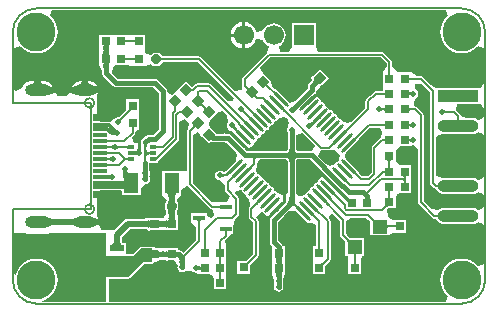
<source format=gtl>
G04*
G04 #@! TF.GenerationSoftware,Altium Limited,Altium Designer,18.1.9 (240)*
G04*
G04 Layer_Physical_Order=1*
G04 Layer_Color=255*
%FSLAX25Y25*%
%MOIN*%
G70*
G01*
G75*
%ADD10C,0.01000*%
%ADD13C,0.02000*%
%ADD15C,0.00600*%
%ADD16C,0.00800*%
%ADD18C,0.00500*%
%ADD20R,0.02200X0.01300*%
%ADD21R,0.04528X0.01181*%
G04:AMPARAMS|DCode=22|XSize=31.5mil|YSize=27.56mil|CornerRadius=0mil|HoleSize=0mil|Usage=FLASHONLY|Rotation=0.000|XOffset=0mil|YOffset=0mil|HoleType=Round|Shape=Octagon|*
%AMOCTAGOND22*
4,1,8,0.01575,-0.00689,0.01575,0.00689,0.00886,0.01378,-0.00886,0.01378,-0.01575,0.00689,-0.01575,-0.00689,-0.00886,-0.01378,0.00886,-0.01378,0.01575,-0.00689,0.0*
%
%ADD22OCTAGOND22*%

%ADD23R,0.03150X0.02756*%
%ADD24R,0.03000X0.03000*%
G04:AMPARAMS|DCode=25|XSize=11mil|YSize=70.87mil|CornerRadius=0mil|HoleSize=0mil|Usage=FLASHONLY|Rotation=225.000|XOffset=0mil|YOffset=0mil|HoleType=Round|Shape=Round|*
%AMOVALD25*
21,1,0.05987,0.01100,0.00000,0.00000,315.0*
1,1,0.01100,-0.02117,0.02117*
1,1,0.01100,0.02117,-0.02117*
%
%ADD25OVALD25*%

%ADD26R,0.05000X0.06500*%
%ADD27P,0.04243X4X180.0*%
%ADD28O,0.13780X0.04016*%
%ADD29R,0.13780X0.04016*%
%ADD30R,0.05118X0.04724*%
%ADD31R,0.03000X0.03000*%
G04:AMPARAMS|DCode=32|XSize=70.87mil|YSize=118.11mil|CornerRadius=0mil|HoleSize=0mil|Usage=FLASHONLY|Rotation=270.000|XOffset=0mil|YOffset=0mil|HoleType=Round|Shape=Octagon|*
%AMOCTAGOND32*
4,1,8,0.05906,0.01772,0.05906,-0.01772,0.04134,-0.03543,-0.04134,-0.03543,-0.05906,-0.01772,-0.05906,0.01772,-0.04134,0.03543,0.04134,0.03543,0.05906,0.01772,0.0*
%
%ADD32OCTAGOND32*%

%ADD33R,0.04724X0.02362*%
%ADD34R,0.08268X0.02362*%
%ADD35P,0.04243X4X270.0*%
G04:AMPARAMS|DCode=36|XSize=11mil|YSize=70.87mil|CornerRadius=0mil|HoleSize=0mil|Usage=FLASHONLY|Rotation=135.000|XOffset=0mil|YOffset=0mil|HoleType=Round|Shape=Round|*
%AMOVALD36*
21,1,0.05987,0.01100,0.00000,0.00000,225.0*
1,1,0.01100,0.02117,0.02117*
1,1,0.01100,-0.02117,-0.02117*
%
%ADD36OVALD36*%

%ADD37R,0.03937X0.01772*%
%ADD38P,0.03409X8X22.5*%
%ADD39R,0.03150X0.03150*%
%ADD63C,0.01500*%
%ADD64C,0.01200*%
%ADD65C,0.01600*%
%ADD66O,0.08661X0.03937*%
%ADD67O,0.07087X0.03937*%
%ADD68R,0.06693X0.06693*%
%ADD69C,0.06693*%
%ADD70C,0.01968*%
%ADD71C,0.12992*%
G36*
X40449Y86900D02*
X40443Y86957D01*
X40425Y87008D01*
X40394Y87053D01*
X40351Y87092D01*
X40296Y87125D01*
X40229Y87152D01*
X40149Y87173D01*
X40058Y87188D01*
X39954Y87197D01*
X39837Y87200D01*
Y87800D01*
X39954Y87803D01*
X40058Y87812D01*
X40149Y87827D01*
X40229Y87848D01*
X40296Y87875D01*
X40351Y87908D01*
X40394Y87947D01*
X40425Y87992D01*
X40443Y88043D01*
X40449Y88100D01*
Y86900D01*
D02*
G37*
G36*
X37600Y88043D02*
X37619Y87992D01*
X37649Y87947D01*
X37692Y87908D01*
X37747Y87875D01*
X37814Y87848D01*
X37894Y87827D01*
X37986Y87812D01*
X38090Y87803D01*
X38206Y87800D01*
Y87200D01*
X38090Y87197D01*
X37986Y87188D01*
X37894Y87173D01*
X37814Y87152D01*
X37747Y87125D01*
X37692Y87092D01*
X37649Y87053D01*
X37619Y87008D01*
X37600Y86957D01*
X37594Y86900D01*
Y88100D01*
X37600Y88043D01*
D02*
G37*
G36*
X32348Y85997D02*
X32222Y85952D01*
X32112Y85877D01*
X32016Y85772D01*
X31934Y85637D01*
X31868Y85472D01*
X31816Y85277D01*
X31780Y85052D01*
X31757Y84797D01*
X31750Y84512D01*
X30250D01*
X30243Y84797D01*
X30220Y85052D01*
X30184Y85277D01*
X30132Y85472D01*
X30066Y85637D01*
X29984Y85772D01*
X29888Y85877D01*
X29778Y85952D01*
X29652Y85997D01*
X29512Y86012D01*
X32488D01*
X32348Y85997D01*
D02*
G37*
G36*
X31757Y84203D02*
X31780Y83948D01*
X31816Y83723D01*
X31868Y83528D01*
X31934Y83363D01*
X32016Y83228D01*
X32112Y83123D01*
X32222Y83048D01*
X32348Y83003D01*
X32488Y82988D01*
X29512D01*
X29652Y83003D01*
X29778Y83048D01*
X29888Y83123D01*
X29984Y83228D01*
X30066Y83363D01*
X30132Y83528D01*
X30184Y83723D01*
X30220Y83948D01*
X30243Y84203D01*
X30250Y84488D01*
X31750D01*
X31757Y84203D01*
D02*
G37*
G36*
X49474Y82043D02*
X49492Y81992D01*
X49522Y81947D01*
X49564Y81908D01*
X49618Y81875D01*
X49684Y81848D01*
X49762Y81827D01*
X49852Y81812D01*
X49954Y81803D01*
X50068Y81800D01*
Y81200D01*
X49954Y81197D01*
X49852Y81188D01*
X49762Y81173D01*
X49684Y81152D01*
X49618Y81125D01*
X49564Y81092D01*
X49522Y81053D01*
X49492Y81008D01*
X49474Y80957D01*
X49468Y80900D01*
Y82100D01*
X49474Y82043D01*
D02*
G37*
G36*
X40449Y80900D02*
X40443Y80957D01*
X40425Y81008D01*
X40394Y81053D01*
X40351Y81092D01*
X40296Y81125D01*
X40229Y81152D01*
X40149Y81173D01*
X40058Y81188D01*
X39954Y81197D01*
X39837Y81200D01*
Y81800D01*
X39954Y81803D01*
X40058Y81812D01*
X40149Y81827D01*
X40229Y81848D01*
X40296Y81875D01*
X40351Y81908D01*
X40394Y81947D01*
X40425Y81992D01*
X40443Y82043D01*
X40449Y82100D01*
Y80900D01*
D02*
G37*
G36*
X37600Y82043D02*
X37619Y81992D01*
X37649Y81947D01*
X37692Y81908D01*
X37747Y81875D01*
X37814Y81848D01*
X37894Y81827D01*
X37986Y81812D01*
X38090Y81803D01*
X38206Y81800D01*
Y81200D01*
X38090Y81197D01*
X37986Y81188D01*
X37894Y81173D01*
X37814Y81152D01*
X37747Y81125D01*
X37692Y81092D01*
X37649Y81053D01*
X37619Y81008D01*
X37600Y80957D01*
X37594Y80900D01*
Y82100D01*
X37600Y82043D01*
D02*
G37*
G36*
X61725Y80582D02*
X73821Y68486D01*
X73533Y67541D01*
X71609Y67465D01*
X65904Y73170D01*
X65606Y73369D01*
X65255Y73439D01*
X61442D01*
X61091Y73369D01*
X60793Y73170D01*
X59980Y72358D01*
X59883Y72260D01*
X59829Y72261D01*
X59754Y72336D01*
X57810Y74280D01*
X55605Y72075D01*
X54840Y71310D01*
X53224Y69695D01*
X51376Y70460D01*
Y70921D01*
X51272Y71448D01*
X50973Y71895D01*
X48395Y74473D01*
X47948Y74772D01*
X47421Y74876D01*
X35070D01*
X33117Y76829D01*
X33443Y79055D01*
X33974Y79339D01*
X33982Y79342D01*
X34136Y79378D01*
X34245Y79394D01*
X34281Y79396D01*
X34493Y79400D01*
X35100Y79400D01*
X38218D01*
Y79400D01*
X39825Y79325D01*
Y79325D01*
X40187Y79325D01*
X44175D01*
Y79340D01*
X46175Y79969D01*
X46818Y79325D01*
X48993D01*
X50080Y80413D01*
X52067Y80582D01*
X61725D01*
D02*
G37*
G36*
X32348Y79997D02*
X32222Y79952D01*
X32112Y79877D01*
X32016Y79772D01*
X31934Y79637D01*
X31868Y79472D01*
X31816Y79277D01*
X31780Y79052D01*
X31757Y78797D01*
X31750Y78512D01*
X30250D01*
X30243Y78797D01*
X30220Y79052D01*
X30184Y79277D01*
X30132Y79472D01*
X30066Y79637D01*
X29984Y79772D01*
X29888Y79877D01*
X29778Y79952D01*
X29652Y79997D01*
X29512Y80012D01*
X32488D01*
X32348Y79997D01*
D02*
G37*
G36*
X125803Y76974D02*
X125812Y76872D01*
X125827Y76782D01*
X125848Y76704D01*
X125875Y76638D01*
X125908Y76584D01*
X125947Y76542D01*
X125992Y76512D01*
X126043Y76494D01*
X126100Y76488D01*
X124900D01*
X124957Y76494D01*
X125008Y76512D01*
X125053Y76542D01*
X125092Y76584D01*
X125125Y76638D01*
X125152Y76704D01*
X125173Y76782D01*
X125188Y76872D01*
X125197Y76974D01*
X125200Y77088D01*
X125800D01*
X125803Y76974D01*
D02*
G37*
G36*
X132100Y75543D02*
X132119Y75492D01*
X132149Y75447D01*
X132192Y75408D01*
X132247Y75375D01*
X132314Y75348D01*
X132394Y75327D01*
X132486Y75312D01*
X132590Y75303D01*
X132706Y75300D01*
Y74700D01*
X132590Y74697D01*
X132486Y74688D01*
X132394Y74673D01*
X132314Y74652D01*
X132247Y74625D01*
X132192Y74592D01*
X132149Y74553D01*
X132119Y74508D01*
X132100Y74457D01*
X132094Y74400D01*
Y75600D01*
X132100Y75543D01*
D02*
G37*
G36*
X102409Y73205D02*
X102305Y73288D01*
X102189Y73340D01*
X102062Y73361D01*
X101923Y73352D01*
X101774Y73310D01*
X101612Y73238D01*
X101440Y73135D01*
X101256Y73000D01*
X101061Y72835D01*
X100855Y72638D01*
X99794Y73699D01*
X99991Y73907D01*
X100157Y74104D01*
X100291Y74291D01*
X100392Y74467D01*
X100462Y74632D01*
X100500Y74787D01*
X100506Y74931D01*
X100480Y75064D01*
X100423Y75187D01*
X100333Y75298D01*
X102409Y73205D01*
D02*
G37*
G36*
X84812Y73479D02*
X84789Y73431D01*
X84778Y73378D01*
X84781Y73320D01*
X84795Y73259D01*
X84823Y73193D01*
X84863Y73123D01*
X84916Y73049D01*
X84982Y72970D01*
X85061Y72888D01*
X84636Y72463D01*
X84554Y72542D01*
X84475Y72608D01*
X84401Y72661D01*
X84331Y72701D01*
X84265Y72729D01*
X84203Y72743D01*
X84146Y72746D01*
X84093Y72735D01*
X84044Y72712D01*
X84000Y72676D01*
X84848Y73524D01*
X84812Y73479D01*
D02*
G37*
G36*
X145060Y96000D02*
X144564Y95593D01*
X143678Y94513D01*
X143019Y93280D01*
X142613Y91942D01*
X142476Y90551D01*
X142613Y89160D01*
X143019Y87823D01*
X143678Y86590D01*
X144564Y85509D01*
X145645Y84623D01*
X146878Y83964D01*
X148215Y83558D01*
X149606Y83421D01*
X150997Y83558D01*
X152335Y83964D01*
X153568Y84623D01*
X154648Y85509D01*
X155000Y85938D01*
X157000Y85222D01*
Y73402D01*
X155990Y71820D01*
X155000Y71820D01*
X142756D01*
X141010Y71820D01*
X139440Y72858D01*
X138037Y74261D01*
X136649Y75649D01*
X136620Y75668D01*
X136620Y75668D01*
X136351Y75848D01*
X136034Y75911D01*
X136034Y75911D01*
X136000Y75918D01*
X134705Y75918D01*
X132718Y77100D01*
Y77100D01*
X129600D01*
X128386Y77100D01*
X126418Y79087D01*
X126418Y80500D01*
X126348Y80851D01*
X126168Y81120D01*
X126168Y81120D01*
X126149Y81149D01*
X125037Y82261D01*
X123649Y83649D01*
X123620Y83668D01*
X123620Y83668D01*
X123351Y83848D01*
X123034Y83911D01*
X123034Y83911D01*
X123000Y83918D01*
X122292Y83918D01*
X122291Y83918D01*
X121037Y83918D01*
X101825D01*
X100946Y85553D01*
X100946Y85918D01*
Y93446D01*
X93054D01*
Y85918D01*
X93054Y85553D01*
X92175Y83918D01*
X89062D01*
X88664Y85918D01*
X88990Y86053D01*
X89815Y86685D01*
X90447Y87510D01*
X90845Y88470D01*
X90980Y89500D01*
X90845Y90530D01*
X90447Y91490D01*
X89815Y92315D01*
X88990Y92947D01*
X88030Y93345D01*
X87000Y93480D01*
X85970Y93345D01*
X85010Y92947D01*
X84185Y92315D01*
X83553Y91490D01*
X83426Y91185D01*
X81391Y90694D01*
X81172Y90787D01*
X80797Y91692D01*
X80100Y92600D01*
X79192Y93297D01*
X78135Y93735D01*
X77500Y93818D01*
Y89500D01*
Y85182D01*
X78135Y85265D01*
X79192Y85703D01*
X80100Y86400D01*
X80797Y87308D01*
X81172Y88213D01*
X81391Y88306D01*
X83426Y87815D01*
X83553Y87510D01*
X84185Y86685D01*
X85010Y86053D01*
X85418Y85884D01*
X85437Y85437D01*
X84880Y83668D01*
X84851Y83649D01*
X84351Y83148D01*
X84350Y83147D01*
X83463Y82261D01*
X78121Y76919D01*
X77234Y76032D01*
X77234Y76031D01*
X76733Y75531D01*
X76714Y75502D01*
X76714Y75502D01*
X76534Y75233D01*
X76471Y74916D01*
X76471Y74916D01*
X76464Y74882D01*
X76464Y73781D01*
X76464Y72681D01*
X76471Y72647D01*
X76471Y72647D01*
X76531Y72346D01*
X76532Y72323D01*
X76284Y71357D01*
X75917Y71165D01*
X73923Y70980D01*
X64142Y80761D01*
X63247Y81656D01*
X63246Y81656D01*
X62753Y82149D01*
X62725Y82168D01*
X62725Y82168D01*
X62456Y82348D01*
X62138Y82411D01*
X62138Y82411D01*
X62105Y82418D01*
X61474Y82418D01*
X61473Y82418D01*
X60141Y82418D01*
X50156D01*
X50085Y82449D01*
X50080Y82449D01*
Y82587D01*
X48993Y83675D01*
X46818D01*
X46175Y83031D01*
X44175Y83659D01*
Y85325D01*
X44175Y85675D01*
Y89675D01*
X40187D01*
X39825Y89675D01*
Y89675D01*
X38218Y89600D01*
Y89600D01*
X33559Y89600D01*
X32018Y89600D01*
X28900D01*
Y86143D01*
X28866Y86081D01*
X28869Y86027D01*
X28863Y86012D01*
X28900Y85400D01*
Y83600D01*
X28863Y82988D01*
X28869Y82973D01*
X28866Y82919D01*
X28900Y82857D01*
X28900Y80143D01*
X28866Y80081D01*
X28869Y80027D01*
X28863Y80012D01*
X28900Y79400D01*
X29624Y77500D01*
Y77000D01*
X29728Y76473D01*
X30027Y76027D01*
X33527Y72527D01*
X33973Y72228D01*
X34500Y72123D01*
X34500Y72124D01*
X46851D01*
X48624Y70351D01*
Y58236D01*
X46764Y56376D01*
X45301D01*
X45301Y56376D01*
X44774Y56272D01*
X44328Y55973D01*
X44328Y55973D01*
X43192Y54838D01*
X42894Y54391D01*
X42813Y53985D01*
X41571Y53584D01*
X40839Y53415D01*
X40483D01*
X39654Y55415D01*
X40590Y56351D01*
X40609Y56380D01*
X40609Y56380D01*
X40789Y56649D01*
X40824Y56827D01*
X41412Y58048D01*
X42041D01*
Y62248D01*
X42041Y62248D01*
Y63900D01*
X42041D01*
X42041Y64248D01*
Y68100D01*
X37841D01*
Y64872D01*
X37841Y64701D01*
X37839Y64699D01*
X37740Y64584D01*
X37699Y64542D01*
X37669Y64467D01*
X35499Y62297D01*
X35430Y62272D01*
X35386Y62232D01*
X35363Y62214D01*
X35337Y62198D01*
X35309Y62183D01*
X35277Y62170D01*
X35239Y62158D01*
X35194Y62148D01*
X35142Y62140D01*
X35083Y62135D01*
X34997Y62134D01*
X34918Y62099D01*
X34382Y61992D01*
X34382Y61992D01*
X33858Y61642D01*
X32445Y60611D01*
X31932Y60672D01*
X29134D01*
X28000Y62215D01*
Y69213D01*
X28000Y69213D01*
X28420Y70235D01*
X28408Y70233D01*
X28114Y70173D01*
X27831Y70096D01*
X27558Y70001D01*
X27297Y69890D01*
X27046Y69761D01*
X26806Y69615D01*
X26577Y69452D01*
Y70661D01*
X24016D01*
X21454D01*
Y69452D01*
X21261Y69587D01*
X21050Y69708D01*
X20822Y69814D01*
X20577Y69906D01*
X20314Y69984D01*
X20034Y70048D01*
X19737Y70098D01*
X19423Y70133D01*
X18752Y70161D01*
X18303Y69516D01*
X17870Y69213D01*
X15201D01*
X14767Y69516D01*
X14319Y70161D01*
X13980Y70154D01*
X13334Y70098D01*
X13036Y70048D01*
X12757Y69984D01*
X12494Y69906D01*
X12249Y69814D01*
X12021Y69708D01*
X11810Y69587D01*
X11617Y69452D01*
Y70661D01*
X8268D01*
Y71161D01*
X7768D01*
Y73123D01*
X6268D01*
X6458Y73143D01*
X6628Y73203D01*
X6778Y73304D01*
X6908Y73445D01*
X7018Y73626D01*
X7108Y73847D01*
X7178Y74109D01*
X7186Y74155D01*
X5906D01*
X5131Y74054D01*
X4408Y73754D01*
X3788Y73279D01*
X3312Y72658D01*
X3013Y71936D01*
X1034Y71029D01*
X500Y71196D01*
Y85198D01*
X2500Y85914D01*
X2832Y85509D01*
X3913Y84623D01*
X5145Y83964D01*
X6483Y83558D01*
X7874Y83421D01*
X9265Y83558D01*
X10603Y83964D01*
X11835Y84623D01*
X12916Y85509D01*
X13803Y86590D01*
X14462Y87823D01*
X14867Y89160D01*
X15004Y90551D01*
X14867Y91942D01*
X14462Y93280D01*
X13803Y94513D01*
X12916Y95593D01*
X12420Y96000D01*
X13136Y98000D01*
X144344D01*
X145060Y96000D01*
D02*
G37*
G36*
X78461Y72030D02*
X78541Y71962D01*
X78617Y71908D01*
X78688Y71867D01*
X78755Y71838D01*
X78817Y71823D01*
X78875Y71820D01*
X78928Y71830D01*
X78977Y71853D01*
X79022Y71889D01*
X78173Y71041D01*
X78209Y71085D01*
X78232Y71134D01*
X78243Y71188D01*
X78240Y71246D01*
X78224Y71308D01*
X78196Y71375D01*
X78154Y71446D01*
X78100Y71521D01*
X78033Y71601D01*
X77953Y71686D01*
X78377Y72110D01*
X78461Y72030D01*
D02*
G37*
G36*
X59595Y71617D02*
X59614Y71615D01*
X59814Y71611D01*
X60214Y71610D01*
Y71010D01*
X59589Y71002D01*
Y71618D01*
X59595Y71617D01*
D02*
G37*
G36*
X122620Y82082D02*
X124582Y80120D01*
Y79087D01*
X123400Y77100D01*
X123400D01*
Y72900D01*
X123400Y72900D01*
X123395Y70950D01*
X123324Y70918D01*
X121000Y70918D01*
X120966Y70911D01*
X120966Y70911D01*
X120649Y70848D01*
X120380Y70668D01*
X120380Y70668D01*
X120351Y70649D01*
X119082Y69379D01*
X117812Y68110D01*
X117792Y68081D01*
X117792Y68081D01*
X117613Y67812D01*
X117550Y67495D01*
X117550Y67495D01*
X117543Y67461D01*
X117543Y65310D01*
X112738Y60505D01*
X111531Y60210D01*
X109633Y61035D01*
X109379Y61416D01*
X108999Y61670D01*
X108550Y61759D01*
X108331Y61979D01*
X108241Y62427D01*
X107987Y62808D01*
X107607Y63062D01*
X107158Y63151D01*
X106939Y63371D01*
X106849Y63819D01*
X106849Y63819D01*
X106595Y64200D01*
X106595D01*
X106215Y64454D01*
X105766Y64543D01*
X105766Y64543D01*
X105683Y64527D01*
X104789Y65178D01*
X104138Y66071D01*
X104155Y66154D01*
X104155Y66154D01*
X104066Y66603D01*
X103811Y66984D01*
Y66984D01*
X103431Y67238D01*
X103431Y67238D01*
X102982Y67327D01*
X102763Y67546D01*
X102673Y67995D01*
X102673D01*
X102419Y68375D01*
X102419D01*
X102039Y68630D01*
X101907Y68656D01*
X101338Y69383D01*
X101199Y69658D01*
X101153Y69769D01*
X100921Y70625D01*
X100964Y70689D01*
X101010Y70919D01*
X102409Y72340D01*
X102866Y72744D01*
X102874Y72761D01*
X102917Y72800D01*
X102936Y72867D01*
X105379Y75309D01*
X102409Y78279D01*
X99938Y75808D01*
X99927Y75805D01*
X99886Y75764D01*
X99875Y75760D01*
X99439Y75309D01*
X99814Y74935D01*
X99826Y74892D01*
X99826Y74892D01*
X99850Y74862D01*
X99844Y74837D01*
X99810Y74757D01*
X99744Y74643D01*
X99643Y74502D01*
X99507Y74340D01*
X99323Y74146D01*
X99303Y74094D01*
X98719Y73510D01*
X98421Y73063D01*
X98316Y72536D01*
Y71786D01*
X95717Y69187D01*
X95717Y69187D01*
X94175Y67646D01*
X92256Y66926D01*
X88023Y71159D01*
X87880Y71255D01*
X87863Y71296D01*
X87745Y71345D01*
X87642Y71414D01*
X87626Y71417D01*
X87555Y71469D01*
X87506Y71480D01*
X87478Y71489D01*
X87446Y71502D01*
X87411Y71519D01*
X87372Y71541D01*
X87329Y71569D01*
X87289Y71598D01*
X87175Y71694D01*
X87116Y71751D01*
X87042Y71780D01*
X86911Y71911D01*
X86230Y74040D01*
Y74040D01*
X83448Y76822D01*
X82488Y78690D01*
X85880Y82082D01*
X122539D01*
X122620D01*
D02*
G37*
G36*
X132797Y69311D02*
X132720Y69385D01*
X132642Y69451D01*
X132563Y69510D01*
X132482Y69560D01*
X132400Y69603D01*
X132317Y69638D01*
X132296Y69645D01*
X132247Y69625D01*
X132192Y69592D01*
X132149Y69553D01*
X132119Y69508D01*
X132100Y69457D01*
X132094Y69400D01*
Y69692D01*
X132060Y69696D01*
X131972Y69700D01*
Y70300D01*
X132060Y70304D01*
X132094Y70309D01*
Y70600D01*
X132100Y70543D01*
X132119Y70492D01*
X132149Y70447D01*
X132192Y70408D01*
X132247Y70375D01*
X132296Y70356D01*
X132317Y70363D01*
X132400Y70398D01*
X132482Y70440D01*
X132563Y70491D01*
X132642Y70549D01*
X132720Y70615D01*
X132797Y70689D01*
Y69311D01*
D02*
G37*
G36*
X86740Y71211D02*
X86889Y71086D01*
X86963Y71032D01*
X87037Y70985D01*
X87110Y70943D01*
X87184Y70908D01*
X87257Y70878D01*
X87331Y70855D01*
X87404Y70837D01*
X86687Y70120D01*
X86669Y70193D01*
X86646Y70267D01*
X86616Y70340D01*
X86581Y70414D01*
X86539Y70487D01*
X86492Y70561D01*
X86438Y70635D01*
X86313Y70784D01*
X86242Y70858D01*
X86666Y71283D01*
X86740Y71211D01*
D02*
G37*
G36*
X124024Y69400D02*
X124018Y69457D01*
X124000Y69508D01*
X123969Y69553D01*
X123926Y69592D01*
X123871Y69625D01*
X123804Y69652D01*
X123724Y69673D01*
X123632Y69688D01*
X123528Y69697D01*
X123412Y69700D01*
Y70300D01*
X123528Y70303D01*
X123632Y70312D01*
X123724Y70327D01*
X123804Y70348D01*
X123871Y70375D01*
X123926Y70408D01*
X123969Y70447D01*
X124000Y70492D01*
X124018Y70543D01*
X124024Y70600D01*
Y69400D01*
D02*
G37*
G36*
X61922Y69660D02*
X61946Y69371D01*
X61967Y69254D01*
X61994Y69156D01*
X62027Y69074D01*
X62066Y69011D01*
X62111Y68967D01*
X62162Y68940D01*
X62219Y68931D01*
X61019D01*
X61076Y68940D01*
X61127Y68967D01*
X61172Y69011D01*
X61211Y69074D01*
X61244Y69156D01*
X61271Y69254D01*
X61292Y69371D01*
X61307Y69507D01*
X61319Y69831D01*
X61919D01*
X61922Y69660D01*
D02*
G37*
G36*
X81082Y69749D02*
X81058Y69700D01*
X81048Y69647D01*
X81050Y69590D01*
X81065Y69528D01*
X81092Y69462D01*
X81133Y69392D01*
X81186Y69318D01*
X81251Y69240D01*
X81330Y69157D01*
X80906Y68733D01*
X80823Y68811D01*
X80744Y68877D01*
X80670Y68930D01*
X80600Y68970D01*
X80534Y68998D01*
X80473Y69013D01*
X80415Y69015D01*
X80362Y69004D01*
X80314Y68981D01*
X80269Y68945D01*
X81118Y69793D01*
X81082Y69749D01*
D02*
G37*
G36*
X83956Y68427D02*
X84105Y68302D01*
X84179Y68248D01*
X84253Y68201D01*
X84326Y68159D01*
X84400Y68124D01*
X84473Y68094D01*
X84547Y68071D01*
X84620Y68053D01*
X83903Y67336D01*
X83886Y67410D01*
X83862Y67483D01*
X83832Y67556D01*
X83797Y67630D01*
X83755Y67703D01*
X83708Y67777D01*
X83654Y67851D01*
X83529Y68000D01*
X83458Y68074D01*
X83882Y68499D01*
X83956Y68427D01*
D02*
G37*
G36*
X63046Y66757D02*
X63023Y66708D01*
X63012Y66654D01*
X63015Y66596D01*
X63031Y66534D01*
X63059Y66467D01*
X63101Y66396D01*
X63155Y66321D01*
X63222Y66241D01*
X63302Y66156D01*
X62878Y65732D01*
X62794Y65812D01*
X62714Y65879D01*
X62638Y65934D01*
X62567Y65975D01*
X62500Y66004D01*
X62438Y66019D01*
X62380Y66022D01*
X62327Y66012D01*
X62278Y65989D01*
X62233Y65953D01*
X63082Y66801D01*
X63046Y66757D01*
D02*
G37*
G36*
X54727Y66186D02*
X54677Y66159D01*
X54633Y66113D01*
X54595Y66050D01*
X54563Y65968D01*
X54537Y65868D01*
X54517Y65750D01*
X54502Y65614D01*
X54491Y65287D01*
X53891D01*
X53887Y65459D01*
X53864Y65750D01*
X53844Y65868D01*
X53818Y65968D01*
X53786Y66050D01*
X53748Y66113D01*
X53704Y66159D01*
X53654Y66186D01*
X53599Y66195D01*
X54782D01*
X54727Y66186D01*
D02*
G37*
G36*
X64130Y65333D02*
X64210Y65266D01*
X64285Y65212D01*
X64356Y65170D01*
X64423Y65142D01*
X64485Y65126D01*
X64543Y65123D01*
X64596Y65134D01*
X64645Y65157D01*
X64690Y65193D01*
X63842Y64344D01*
X63877Y64389D01*
X63901Y64438D01*
X63911Y64491D01*
X63908Y64549D01*
X63893Y64612D01*
X63864Y64678D01*
X63823Y64749D01*
X63768Y64825D01*
X63701Y64905D01*
X63621Y64989D01*
X64045Y65413D01*
X64130Y65333D01*
D02*
G37*
G36*
X132100Y65312D02*
X132119Y65261D01*
X132149Y65216D01*
X132192Y65177D01*
X132247Y65144D01*
X132314Y65117D01*
X132394Y65096D01*
X132486Y65081D01*
X132590Y65072D01*
X132706Y65069D01*
Y64469D01*
X132590Y64466D01*
X132486Y64457D01*
X132394Y64442D01*
X132314Y64421D01*
X132247Y64394D01*
X132192Y64361D01*
X132149Y64322D01*
X132119Y64277D01*
X132100Y64226D01*
X132094Y64169D01*
Y65369D01*
X132100Y65312D01*
D02*
G37*
G36*
X122780Y65384D02*
X122858Y65318D01*
X122937Y65260D01*
X123018Y65209D01*
X123100Y65166D01*
X123183Y65131D01*
X123267Y65104D01*
X123353Y65085D01*
X123440Y65073D01*
X123485Y65071D01*
X123528Y65072D01*
X123632Y65081D01*
X123724Y65096D01*
X123804Y65117D01*
X123871Y65144D01*
X123926Y65177D01*
X123969Y65216D01*
X124000Y65261D01*
X124018Y65312D01*
X124024Y65369D01*
Y64169D01*
X124018Y64226D01*
X124000Y64277D01*
X123969Y64322D01*
X123926Y64361D01*
X123871Y64394D01*
X123804Y64421D01*
X123724Y64442D01*
X123632Y64457D01*
X123528Y64466D01*
X123485Y64467D01*
X123440Y64465D01*
X123353Y64454D01*
X123267Y64434D01*
X123183Y64407D01*
X123100Y64372D01*
X123018Y64329D01*
X122937Y64279D01*
X122858Y64220D01*
X122780Y64154D01*
X122703Y64080D01*
Y65458D01*
X122780Y65384D01*
D02*
G37*
G36*
X39777Y64519D02*
X39694Y64506D01*
X39610Y64484D01*
X39525Y64453D01*
X39441Y64413D01*
X39356Y64366D01*
X39270Y64309D01*
X39185Y64244D01*
X39099Y64170D01*
X39012Y64088D01*
X38164D01*
X38219Y64144D01*
X38349Y64295D01*
X38381Y64339D01*
X38407Y64380D01*
X38427Y64417D01*
X38442Y64452D01*
X38450Y64484D01*
X38453Y64512D01*
X39861Y64524D01*
X39777Y64519D01*
D02*
G37*
G36*
X90559Y64842D02*
X90583Y64769D01*
X90612Y64695D01*
X90648Y64622D01*
X90689Y64548D01*
X90737Y64474D01*
X90790Y64400D01*
X90916Y64252D01*
X90987Y64177D01*
X90563Y63753D01*
X90488Y63825D01*
X90340Y63950D01*
X90266Y64003D01*
X90192Y64051D01*
X90118Y64092D01*
X90045Y64128D01*
X89971Y64157D01*
X89898Y64181D01*
X89825Y64198D01*
X90542Y64915D01*
X90559Y64842D01*
D02*
G37*
G36*
X76986Y64884D02*
X76995Y64781D01*
X77010Y64684D01*
X77031Y64591D01*
X77059Y64503D01*
X77093Y64420D01*
X77133Y64341D01*
X77180Y64267D01*
X77233Y64197D01*
X77293Y64132D01*
X76868Y63707D01*
X76803Y63767D01*
X76733Y63820D01*
X76659Y63867D01*
X76580Y63907D01*
X76497Y63941D01*
X76409Y63969D01*
X76316Y63990D01*
X76218Y64005D01*
X76117Y64014D01*
X76010Y64016D01*
X76984Y64990D01*
X76986Y64884D01*
D02*
G37*
G36*
X143780Y64615D02*
X143858Y64549D01*
X143937Y64491D01*
X144018Y64440D01*
X144100Y64397D01*
X144183Y64362D01*
X144267Y64335D01*
X144353Y64316D01*
X144440Y64304D01*
X144528Y64300D01*
Y63700D01*
X144440Y63696D01*
X144353Y63684D01*
X144267Y63665D01*
X144183Y63638D01*
X144100Y63603D01*
X144018Y63560D01*
X143937Y63509D01*
X143858Y63451D01*
X143780Y63385D01*
X143703Y63311D01*
Y64689D01*
X143780Y64615D01*
D02*
G37*
G36*
X56484Y63218D02*
X56475Y63273D01*
X56449Y63322D01*
X56404Y63366D01*
X56342Y63403D01*
X56262Y63435D01*
X56164Y63461D01*
X56049Y63481D01*
X55915Y63496D01*
X55596Y63507D01*
Y64107D01*
X55765Y64110D01*
X56049Y64133D01*
X56164Y64153D01*
X56262Y64179D01*
X56342Y64211D01*
X56404Y64249D01*
X56449Y64292D01*
X56475Y64341D01*
X56484Y64396D01*
Y63218D01*
D02*
G37*
G36*
X79835Y64257D02*
X80057Y64069D01*
X80127Y64020D01*
X80195Y63978D01*
X80260Y63943D01*
X80324Y63914D01*
X80385Y63892D01*
X80444Y63877D01*
X79727Y63161D01*
X79707Y63248D01*
X79682Y63333D01*
X79651Y63416D01*
X79615Y63498D01*
X79575Y63578D01*
X79528Y63656D01*
X79477Y63732D01*
X79421Y63806D01*
X79359Y63878D01*
X79292Y63949D01*
X79756Y64333D01*
X79835Y64257D01*
D02*
G37*
G36*
X78569Y62857D02*
X78894Y62571D01*
X78942Y62538D01*
X78984Y62512D01*
X79021Y62495D01*
X79052Y62485D01*
X78294Y61979D01*
X78299Y62031D01*
X78295Y62086D01*
X78282Y62145D01*
X78260Y62207D01*
X78228Y62272D01*
X78187Y62340D01*
X78137Y62411D01*
X78078Y62485D01*
X77932Y62644D01*
X78487Y62938D01*
X78569Y62857D01*
D02*
G37*
G36*
X155000Y66605D02*
X155990Y66605D01*
X157000Y65023D01*
Y62067D01*
X155968Y61483D01*
X155000Y61258D01*
X154697Y61491D01*
X154063Y61753D01*
X153382Y61843D01*
X151388D01*
X150049Y62375D01*
X149168Y63246D01*
X149149Y63275D01*
X147819Y64605D01*
X147830Y64967D01*
X148070Y66344D01*
X148174Y66605D01*
X155000D01*
D02*
G37*
G36*
X148803Y61709D02*
X148812Y61605D01*
X148827Y61514D01*
X148848Y61434D01*
X148875Y61367D01*
X148908Y61312D01*
X148947Y61269D01*
X148992Y61238D01*
X149043Y61220D01*
X149100Y61214D01*
X147900D01*
X147957Y61220D01*
X148008Y61238D01*
X148053Y61269D01*
X148092Y61312D01*
X148125Y61367D01*
X148152Y61434D01*
X148173Y61514D01*
X148188Y61605D01*
X148197Y61709D01*
X148200Y61826D01*
X148800D01*
X148803Y61709D01*
D02*
G37*
G36*
X36293Y61368D02*
X36233Y61303D01*
X36180Y61234D01*
X36133Y61159D01*
X36093Y61080D01*
X36059Y60997D01*
X36031Y60909D01*
X36010Y60816D01*
X35995Y60719D01*
X35986Y60616D01*
X35984Y60510D01*
X35010Y61484D01*
X35116Y61486D01*
X35219Y61495D01*
X35316Y61510D01*
X35409Y61531D01*
X35497Y61559D01*
X35580Y61593D01*
X35659Y61633D01*
X35734Y61680D01*
X35803Y61733D01*
X35868Y61793D01*
X36293Y61368D01*
D02*
G37*
G36*
X132797Y58811D02*
X132720Y58885D01*
X132642Y58951D01*
X132563Y59009D01*
X132482Y59060D01*
X132400Y59103D01*
X132317Y59138D01*
X132296Y59145D01*
X132247Y59125D01*
X132192Y59092D01*
X132149Y59053D01*
X132119Y59008D01*
X132100Y58957D01*
X132094Y58900D01*
Y59192D01*
X132060Y59196D01*
X131972Y59200D01*
Y59800D01*
X132060Y59804D01*
X132094Y59808D01*
Y60100D01*
X132100Y60043D01*
X132119Y59992D01*
X132149Y59947D01*
X132192Y59908D01*
X132247Y59875D01*
X132296Y59855D01*
X132317Y59862D01*
X132400Y59897D01*
X132482Y59940D01*
X132563Y59991D01*
X132642Y60049D01*
X132720Y60115D01*
X132797Y60189D01*
Y58811D01*
D02*
G37*
G36*
X100351Y60023D02*
X100341Y60015D01*
X100318Y59993D01*
X100040Y59718D01*
X99921Y59579D01*
X99871Y59510D01*
X99828Y59443D01*
X99794Y59379D01*
X99767Y59317D01*
X99748Y59258D01*
X99737Y59201D01*
X99733Y59147D01*
X98759Y60122D01*
X98813Y60125D01*
X98870Y60136D01*
X98929Y60155D01*
X98990Y60182D01*
X99054Y60217D01*
X99121Y60259D01*
X99190Y60310D01*
X99262Y60368D01*
X99334Y60435D01*
X99634Y60739D01*
X100351Y60023D01*
D02*
G37*
G36*
X124024Y58900D02*
X124018Y58957D01*
X124000Y59008D01*
X123969Y59053D01*
X123926Y59092D01*
X123871Y59125D01*
X123804Y59152D01*
X123724Y59173D01*
X123632Y59188D01*
X123528Y59197D01*
X123412Y59200D01*
Y59800D01*
X123528Y59803D01*
X123632Y59812D01*
X123724Y59827D01*
X123804Y59848D01*
X123871Y59875D01*
X123926Y59908D01*
X123969Y59947D01*
X124000Y59992D01*
X124018Y60043D01*
X124024Y60100D01*
Y58900D01*
D02*
G37*
G36*
X61071Y58638D02*
X61026Y58674D01*
X60977Y58697D01*
X60924Y58707D01*
X60866Y58704D01*
X60804Y58689D01*
X60737Y58660D01*
X60666Y58619D01*
X60590Y58565D01*
X60510Y58497D01*
X60426Y58417D01*
X60002Y58842D01*
X60082Y58926D01*
X60149Y59006D01*
X60203Y59081D01*
X60245Y59152D01*
X60273Y59219D01*
X60289Y59281D01*
X60292Y59339D01*
X60282Y59393D01*
X60259Y59442D01*
X60223Y59486D01*
X61071Y58638D01*
D02*
G37*
G36*
X40484Y58666D02*
X40433Y58647D01*
X40388Y58617D01*
X40349Y58574D01*
X40316Y58519D01*
X40289Y58451D01*
X40268Y58372D01*
X40253Y58280D01*
X40244Y58176D01*
X40241Y58060D01*
X39641D01*
X39638Y58176D01*
X39629Y58280D01*
X39614Y58372D01*
X39593Y58451D01*
X39566Y58519D01*
X39533Y58574D01*
X39494Y58617D01*
X39449Y58647D01*
X39398Y58666D01*
X39341Y58672D01*
X40541D01*
X40484Y58666D01*
D02*
G37*
G36*
X112286Y58331D02*
X112215Y58256D01*
X112089Y58108D01*
X112036Y58034D01*
X111988Y57960D01*
X111947Y57886D01*
X111911Y57813D01*
X111882Y57739D01*
X111858Y57666D01*
X111841Y57593D01*
X111124Y58310D01*
X111197Y58327D01*
X111270Y58351D01*
X111344Y58380D01*
X111417Y58416D01*
X111491Y58457D01*
X111565Y58505D01*
X111639Y58558D01*
X111787Y58684D01*
X111862Y58755D01*
X112286Y58331D01*
D02*
G37*
G36*
X73986Y59353D02*
X73995Y59250D01*
X74010Y59153D01*
X74031Y59060D01*
X74059Y58972D01*
X74093Y58889D01*
X74133Y58810D01*
X74180Y58736D01*
X74232Y58667D01*
X74361Y58558D01*
X74435Y58505D01*
X74509Y58457D01*
X74583Y58416D01*
X74656Y58380D01*
X74730Y58351D01*
X74803Y58327D01*
X74876Y58310D01*
X74159Y57593D01*
X74142Y57666D01*
X74118Y57739D01*
X74089Y57813D01*
X74053Y57886D01*
X74012Y57960D01*
X73964Y58034D01*
X73911Y58108D01*
X73801Y58237D01*
X73734Y58289D01*
X73659Y58336D01*
X73580Y58376D01*
X73497Y58411D01*
X73409Y58438D01*
X73316Y58459D01*
X73219Y58474D01*
X73116Y58483D01*
X73010Y58485D01*
X73984Y59459D01*
X73986Y59353D01*
D02*
G37*
G36*
X155968Y56942D02*
X157000Y56359D01*
Y42067D01*
X155968Y41483D01*
X155000Y41258D01*
X154697Y41491D01*
X154063Y41753D01*
X153382Y41843D01*
X143618D01*
X142937Y41753D01*
X142918Y41745D01*
X141324Y42520D01*
X140918Y42948D01*
Y55477D01*
X141324Y55905D01*
X142918Y56680D01*
X142937Y56672D01*
X143618Y56582D01*
X153382D01*
X154063Y56672D01*
X154697Y56935D01*
X155000Y57167D01*
X155968Y56942D01*
D02*
G37*
G36*
X71538Y62678D02*
X71858Y60611D01*
X71508Y60087D01*
X71385Y59469D01*
X71385Y59469D01*
X71508Y58851D01*
X71714Y58542D01*
X71561Y57945D01*
X70318Y56561D01*
X69869Y56565D01*
X69812Y56542D01*
X69754D01*
X69717Y56549D01*
X69708Y56542D01*
X68190D01*
X66050Y58682D01*
X65779Y58960D01*
X65509Y59991D01*
X65752Y61197D01*
X68279Y63725D01*
X70130Y64086D01*
X71538Y62678D01*
D02*
G37*
G36*
X73484Y56918D02*
X72768Y56201D01*
X72760Y56210D01*
X72738Y56234D01*
X72058Y56920D01*
X72765Y57627D01*
X73484Y56918D01*
D02*
G37*
G36*
X34138Y58093D02*
X34397Y57863D01*
X34448Y57827D01*
X34493Y57798D01*
X34532Y57778D01*
X34566Y57766D01*
X34593Y57762D01*
X33900Y57069D01*
Y56089D01*
X33878Y56106D01*
X33846Y56121D01*
X33804Y56134D01*
X33752Y56146D01*
X33690Y56155D01*
X33537Y56170D01*
X33344Y56177D01*
X33233Y56178D01*
Y57300D01*
X33210Y57323D01*
X33233Y57345D01*
Y57378D01*
X33265Y57378D01*
X34058Y58171D01*
X34138Y58093D01*
D02*
G37*
G36*
X132797Y53811D02*
X132720Y53885D01*
X132642Y53951D01*
X132563Y54010D01*
X132482Y54060D01*
X132400Y54103D01*
X132317Y54138D01*
X132296Y54145D01*
X132247Y54125D01*
X132192Y54092D01*
X132149Y54053D01*
X132119Y54008D01*
X132100Y53957D01*
X132094Y53900D01*
Y54192D01*
X132060Y54196D01*
X131972Y54200D01*
Y54800D01*
X132060Y54804D01*
X132094Y54809D01*
Y55100D01*
X132100Y55043D01*
X132119Y54992D01*
X132149Y54947D01*
X132192Y54908D01*
X132247Y54875D01*
X132296Y54856D01*
X132317Y54863D01*
X132400Y54898D01*
X132482Y54940D01*
X132563Y54991D01*
X132642Y55049D01*
X132720Y55115D01*
X132797Y55189D01*
Y53811D01*
D02*
G37*
G36*
X115070Y55547D02*
X114998Y55472D01*
X114873Y55324D01*
X114820Y55250D01*
X114772Y55176D01*
X114731Y55102D01*
X114695Y55029D01*
X114666Y54955D01*
X114642Y54882D01*
X114625Y54809D01*
X113908Y55526D01*
X113981Y55543D01*
X114054Y55567D01*
X114128Y55596D01*
X114201Y55632D01*
X114275Y55673D01*
X114349Y55721D01*
X114423Y55774D01*
X114571Y55900D01*
X114646Y55971D01*
X115070Y55547D01*
D02*
G37*
G36*
X124024Y53900D02*
X124018Y53957D01*
X124000Y54008D01*
X123969Y54053D01*
X123926Y54092D01*
X123871Y54125D01*
X123804Y54152D01*
X123724Y54173D01*
X123632Y54188D01*
X123528Y54197D01*
X123412Y54200D01*
Y54800D01*
X123528Y54803D01*
X123632Y54812D01*
X123724Y54827D01*
X123804Y54848D01*
X123871Y54875D01*
X123926Y54908D01*
X123969Y54947D01*
X124000Y54992D01*
X124018Y55043D01*
X124024Y55100D01*
Y53900D01*
D02*
G37*
G36*
X70312Y55912D02*
X71512Y55818D01*
X71663Y55775D01*
X71755Y55725D01*
X71787Y55666D01*
X71759Y55600D01*
X71672Y55526D01*
X72468Y53674D01*
X72388Y53815D01*
X72276Y53941D01*
X72131Y54052D01*
X71954Y54149D01*
X71744Y54230D01*
X71502Y54297D01*
X71228Y54349D01*
X70921Y54386D01*
X70582Y54408D01*
X70210Y54416D01*
X69863Y55916D01*
X70312Y55912D01*
D02*
G37*
G36*
X31392Y54659D02*
X31410Y54612D01*
X31440Y54570D01*
X31482Y54534D01*
X31536Y54504D01*
X31602Y54478D01*
X31680Y54459D01*
X31770Y54445D01*
X31872Y54437D01*
X31986Y54434D01*
Y53834D01*
X31872Y53831D01*
X31770Y53823D01*
X31680Y53809D01*
X31602Y53789D01*
X31536Y53764D01*
X31482Y53734D01*
X31440Y53697D01*
X31410Y53656D01*
X31392Y53608D01*
X31386Y53555D01*
Y54712D01*
X31392Y54659D01*
D02*
G37*
G36*
X107311Y53063D02*
X107238Y53045D01*
X107164Y53022D01*
X107091Y52992D01*
X107017Y52957D01*
X106944Y52915D01*
X106870Y52868D01*
X106796Y52814D01*
X106647Y52689D01*
X106573Y52618D01*
X106149Y53042D01*
X106220Y53116D01*
X106345Y53265D01*
X106399Y53339D01*
X106446Y53413D01*
X106488Y53486D01*
X106523Y53560D01*
X106553Y53633D01*
X106576Y53707D01*
X106594Y53780D01*
X107311Y53063D01*
D02*
G37*
G36*
X134946Y51556D02*
X135082Y51316D01*
Y35747D01*
X135082Y34407D01*
X135082Y34406D01*
X135082Y33784D01*
X135089Y33749D01*
X135089Y33749D01*
X135152Y33432D01*
X135332Y33163D01*
X135332Y33163D01*
X135351Y33135D01*
X136739Y31746D01*
X139922Y28564D01*
X140220Y28365D01*
X140571Y28295D01*
X140958D01*
X141030Y28263D01*
X141140Y28261D01*
X141191Y28257D01*
X141340Y27897D01*
X141758Y27353D01*
X142303Y26935D01*
X142937Y26672D01*
X143618Y26582D01*
X153382D01*
X154063Y26672D01*
X154697Y26935D01*
X155000Y27167D01*
X155968Y26942D01*
X157000Y26359D01*
Y13203D01*
X155000Y12487D01*
X154648Y12916D01*
X153568Y13803D01*
X152335Y14462D01*
X150997Y14867D01*
X149606Y15004D01*
X148215Y14867D01*
X146878Y14462D01*
X145645Y13803D01*
X144564Y12916D01*
X143678Y11835D01*
X143019Y10603D01*
X142613Y9265D01*
X142476Y7874D01*
X142613Y6483D01*
X143019Y5145D01*
X143678Y3913D01*
X144564Y2832D01*
X144969Y2500D01*
X144253Y500D01*
X32000D01*
Y8351D01*
X38500D01*
X38959Y8541D01*
X43769Y13351D01*
X46307D01*
X46766Y13541D01*
X48343Y14328D01*
X48488Y14363D01*
X49100Y14400D01*
X50900D01*
X51512Y14363D01*
X51527Y14369D01*
X51581Y14366D01*
X51643Y14400D01*
X53888D01*
X54929Y12400D01*
X54873Y12118D01*
X54873Y12118D01*
X54996Y11500D01*
X55346Y10976D01*
X55870Y10626D01*
X55870Y10626D01*
X56071Y10586D01*
X56488Y10503D01*
X57106Y10626D01*
X57630Y10976D01*
X57925Y11040D01*
X59567Y10990D01*
X59810Y10912D01*
X59846Y10858D01*
X60167Y10643D01*
X60199Y10622D01*
X60199Y10622D01*
X60370Y10508D01*
X61900Y9900D01*
X61900Y9900D01*
X65350Y9900D01*
X66380Y9406D01*
X67018Y8280D01*
Y4900D01*
X71218D01*
Y9100D01*
X71218D01*
X71218Y9900D01*
X71218Y9900D01*
Y14100D01*
X71218D01*
X71218Y14900D01*
X71218Y14900D01*
Y19100D01*
X71218D01*
X70705Y21100D01*
X71649Y22044D01*
X71668Y22073D01*
X73133Y23364D01*
X73568D01*
X73568Y24313D01*
X73568Y26012D01*
X73617Y26557D01*
X73968Y28170D01*
X75149Y29351D01*
X75168Y29380D01*
X75168Y29380D01*
X75348Y29649D01*
X75411Y29966D01*
X75411Y29966D01*
X75418Y30000D01*
X75418Y31963D01*
X75418Y35000D01*
X75348Y35351D01*
X75168Y35620D01*
X75168Y35620D01*
X75149Y35649D01*
X73976Y36822D01*
X73960Y36850D01*
X73975Y36952D01*
X74217Y37128D01*
X75867Y37961D01*
X76147Y37969D01*
X76278Y37839D01*
X76367Y37390D01*
X76367Y37390D01*
X76621Y37009D01*
X77001Y36755D01*
X77450Y36666D01*
X77450Y36666D01*
X77759Y35998D01*
X78013Y35617D01*
X78393Y35363D01*
X79219Y33465D01*
X78924Y32259D01*
X78851Y32186D01*
X78832Y32157D01*
X78832Y32157D01*
X78652Y31888D01*
X78589Y31571D01*
X78589Y31571D01*
X78582Y31537D01*
Y28928D01*
X78589Y28894D01*
X78589Y28894D01*
X78652Y28576D01*
X78832Y28308D01*
X78832Y28308D01*
X78851Y28279D01*
X79380Y27749D01*
X79380Y27749D01*
X80082Y27048D01*
Y26105D01*
X80082Y17156D01*
X80082Y16498D01*
X78117Y14533D01*
X78046Y14506D01*
X77826Y14302D01*
X77755Y14245D01*
X77721Y14222D01*
X77640Y14255D01*
X77590Y14235D01*
X77538Y14248D01*
X77490Y14218D01*
X74900D01*
Y10018D01*
X79100D01*
Y12608D01*
X79129Y12656D01*
X79117Y12708D01*
X79137Y12758D01*
X79104Y12839D01*
X79122Y12866D01*
X79275Y13047D01*
X79379Y13155D01*
X79409Y13229D01*
X81649Y15469D01*
X81668Y15498D01*
X81668Y15498D01*
X81848Y15767D01*
X81918Y16118D01*
Y16863D01*
Y26426D01*
X81918Y27428D01*
X81911Y27461D01*
D01*
X81911Y27461D01*
X81911Y27462D01*
X81848Y27779D01*
X81668Y28048D01*
X81668Y28048D01*
X81668Y28048D01*
X81668Y28048D01*
X81649Y28076D01*
X81029Y28696D01*
X81064Y29015D01*
X83234Y30458D01*
X83327Y30430D01*
X83581Y30050D01*
X83581D01*
X83961Y29796D01*
X84204Y29747D01*
X84749Y29276D01*
X85598Y28198D01*
X85657Y28070D01*
X85624Y27901D01*
Y20500D01*
X85728Y19973D01*
X86027Y19527D01*
X86518Y19035D01*
Y15643D01*
X86484Y15581D01*
X86484Y15581D01*
X86486Y15524D01*
X86481Y15512D01*
X86481Y15512D01*
X86507Y14500D01*
X86481Y13488D01*
X86481Y13488D01*
X86486Y13476D01*
X86484Y13419D01*
X86484Y13419D01*
X86518Y13357D01*
Y10643D01*
X86484Y10581D01*
X86487Y10527D01*
X86481Y10512D01*
X86518Y9900D01*
X86817Y9007D01*
X87077Y7932D01*
X86991Y7500D01*
X87114Y6882D01*
X87242Y6690D01*
Y6428D01*
X87114Y6236D01*
X86991Y5618D01*
X87114Y5000D01*
X87464Y4476D01*
X87988Y4126D01*
X88606Y4003D01*
X89224Y4126D01*
X89748Y4476D01*
X90099Y5000D01*
X90221Y5618D01*
X90099Y6236D01*
X89995Y6392D01*
Y6726D01*
X90099Y6882D01*
X90221Y7500D01*
X90134Y7941D01*
X90134Y7945D01*
X90360Y8870D01*
X90718Y9900D01*
X90756Y10512D01*
X90749Y10527D01*
X90752Y10581D01*
X90718Y10643D01*
Y13357D01*
X90752Y13419D01*
X90752Y13419D01*
X90751Y13476D01*
X90756Y13488D01*
X90756Y13488D01*
X90729Y14500D01*
X90756Y15512D01*
X90756Y15512D01*
X90751Y15524D01*
X90752Y15581D01*
X90752Y15581D01*
X90718Y15643D01*
Y19100D01*
X89951D01*
X89890Y19409D01*
X89591Y19855D01*
X88376Y21070D01*
Y27331D01*
X90284Y29238D01*
X90284Y29238D01*
X91825Y30779D01*
X91965Y30860D01*
X92110Y30931D01*
X94355Y30888D01*
X97223Y28020D01*
X97789Y27454D01*
X97789Y27454D01*
X97977Y27266D01*
X97977Y27266D01*
X98358Y27012D01*
X98358Y27012D01*
X98806Y26922D01*
X98806Y26922D01*
X98806Y26922D01*
X99255Y27012D01*
X100689Y26474D01*
X101200Y26089D01*
Y19176D01*
X101169Y19105D01*
X101169Y19100D01*
X100018D01*
Y14900D01*
X100018Y14900D01*
Y14100D01*
X100018D01*
X100018Y12900D01*
Y9900D01*
X104218D01*
Y12490D01*
X104248Y12538D01*
X104235Y12590D01*
X104256Y12640D01*
X104222Y12721D01*
X105299Y13883D01*
X105299Y13883D01*
Y13883D01*
X105649Y14233D01*
X105848Y14531D01*
X105918Y14882D01*
Y27469D01*
X105848Y27820D01*
X105649Y28118D01*
X105270Y28497D01*
X105614Y29638D01*
X106559Y29924D01*
X106863Y29876D01*
X109044Y27695D01*
X109082Y27657D01*
Y23355D01*
D01*
Y23000D01*
X109089Y22966D01*
X109089Y22966D01*
X109152Y22649D01*
X109332Y22380D01*
X109332Y22380D01*
X109351Y22351D01*
X109535Y22168D01*
X110000Y21680D01*
X110000Y21680D01*
X110700Y20947D01*
X110775Y20867D01*
X110828Y20802D01*
X110830Y20789D01*
X110805Y20739D01*
X110841Y20633D01*
Y16038D01*
X111750D01*
X111900Y14100D01*
X111900D01*
Y9900D01*
X116100D01*
Y14100D01*
X116100D01*
X116250Y16038D01*
X117159D01*
Y21962D01*
X112674D01*
X112645Y21983D01*
X112521Y21962D01*
X112436D01*
X112412Y21976D01*
X112366Y22008D01*
X112198Y22148D01*
X112100Y22242D01*
X111514Y22990D01*
Y22990D01*
X111082Y23542D01*
X110918Y23753D01*
Y25762D01*
X111064Y27701D01*
X112715Y28545D01*
X112848Y28582D01*
X117552D01*
X119072Y27432D01*
X119109Y27326D01*
Y22731D01*
X125427D01*
Y22731D01*
X126900Y23691D01*
X131100D01*
Y27891D01*
X126900D01*
X125427Y28655D01*
Y28655D01*
X124980Y29086D01*
X124881Y31431D01*
X124932Y31573D01*
X124969Y31638D01*
X125021Y31688D01*
X125080Y31738D01*
X125134Y31779D01*
X125182Y31811D01*
X125225Y31835D01*
X125261Y31852D01*
X125292Y31863D01*
X125316Y31869D01*
X125337Y31873D01*
X125387Y31876D01*
X125437Y31900D01*
X127600D01*
Y35280D01*
X128238Y36406D01*
X129269Y36900D01*
X132718D01*
Y41100D01*
X132718D01*
X132718Y41900D01*
X132718Y41900D01*
Y46100D01*
X129181D01*
X128140Y46766D01*
X127600Y47720D01*
Y50781D01*
X128101Y51664D01*
X129149Y52400D01*
X129600Y52400D01*
X132718D01*
Y52400D01*
X133500Y52885D01*
X134946Y51556D01*
D02*
G37*
G36*
X91529Y61914D02*
X91972Y60097D01*
X91858Y59142D01*
X91703Y58911D01*
X91508Y58618D01*
X91385Y58000D01*
X91508Y57382D01*
X91508Y57382D01*
X91624Y57208D01*
Y51830D01*
X91602Y51784D01*
X91588Y51539D01*
X91559Y51370D01*
X91517Y51244D01*
X91468Y51153D01*
X91413Y51086D01*
X91347Y51032D01*
X91256Y50983D01*
X91130Y50941D01*
X90961Y50911D01*
X90716Y50898D01*
X90670Y50876D01*
X81371D01*
X80982Y51577D01*
X80920Y51549D01*
X81267Y51044D01*
X80125Y50906D01*
X80074Y51166D01*
X79500Y50906D01*
X78559Y51685D01*
X77926Y51052D01*
X77298Y51671D01*
X78014Y52388D01*
X78021Y52379D01*
X78040Y52359D01*
X78482Y51912D01*
X78490Y51913D01*
X78681Y51934D01*
X78866Y51969D01*
X79046Y52019D01*
X79220Y52082D01*
X79387Y52160D01*
X79549Y52252D01*
X79705Y52358D01*
X79856Y52478D01*
X80000Y52613D01*
X80408D01*
X80324Y52763D01*
X80740Y53878D01*
X81120Y54132D01*
X81375Y54513D01*
X81683Y55181D01*
X81683Y55181D01*
X82132Y55270D01*
X82512Y55524D01*
X82766Y55905D01*
X82766Y55905D01*
X82856Y56353D01*
X83075Y56573D01*
X83524Y56662D01*
X83904Y56916D01*
X84158Y57297D01*
X84248Y57745D01*
X84467Y57965D01*
X84916Y58054D01*
X85296Y58308D01*
X85550Y58689D01*
X85640Y59137D01*
X85859Y59357D01*
X86308Y59446D01*
X86688Y59700D01*
X86942Y60081D01*
X87032Y60529D01*
X87251Y60749D01*
X87700Y60838D01*
X87700Y60838D01*
X88080Y61092D01*
X88334Y61473D01*
X90206Y62287D01*
X91529Y61914D01*
D02*
G37*
G36*
X44672Y53295D02*
X44649Y53229D01*
X44630Y53135D01*
X44613Y53015D01*
X44587Y52694D01*
X44567Y52012D01*
X44566Y51730D01*
X43766D01*
X43764Y52012D01*
X43682Y53229D01*
X43660Y53295D01*
X43635Y53335D01*
X44696D01*
X44672Y53295D01*
D02*
G37*
G36*
X47743Y52762D02*
X47761Y52725D01*
X47791Y52692D01*
X47833Y52664D01*
X47887Y52640D01*
X47953Y52620D01*
X48031Y52605D01*
X48121Y52594D01*
X48223Y52587D01*
X48337Y52585D01*
Y51985D01*
X48222Y51982D01*
X48118Y51973D01*
X48027Y51958D01*
X47947Y51937D01*
X47880Y51910D01*
X47825Y51877D01*
X47782Y51838D01*
X47751Y51793D01*
X47732Y51742D01*
X47725Y51685D01*
X47737Y52803D01*
X47743Y52762D01*
D02*
G37*
G36*
X31392Y52691D02*
X31410Y52644D01*
X31440Y52602D01*
X31482Y52566D01*
X31536Y52535D01*
X31602Y52510D01*
X31680Y52490D01*
X31770Y52477D01*
X31872Y52468D01*
X31986Y52465D01*
Y51865D01*
X31872Y51863D01*
X31770Y51854D01*
X31680Y51840D01*
X31602Y51821D01*
X31536Y51796D01*
X31482Y51765D01*
X31440Y51729D01*
X31410Y51687D01*
X31392Y51640D01*
X31386Y51587D01*
Y52744D01*
X31392Y52691D01*
D02*
G37*
G36*
X38273Y51565D02*
X38267Y51622D01*
X38249Y51673D01*
X38218Y51718D01*
X38175Y51757D01*
X38120Y51790D01*
X38053Y51817D01*
X37973Y51838D01*
X37882Y51853D01*
X37778Y51862D01*
X37661Y51865D01*
Y52465D01*
X37778Y52468D01*
X37882Y52477D01*
X37973Y52492D01*
X38053Y52513D01*
X38120Y52540D01*
X38175Y52573D01*
X38218Y52612D01*
X38249Y52657D01*
X38267Y52708D01*
X38273Y52765D01*
Y51565D01*
D02*
G37*
G36*
X34780Y52780D02*
X34858Y52714D01*
X34937Y52656D01*
X35018Y52605D01*
X35100Y52563D01*
X35183Y52528D01*
X35267Y52500D01*
X35353Y52481D01*
X35440Y52469D01*
X35528Y52465D01*
Y51865D01*
X35440Y51862D01*
X35353Y51850D01*
X35267Y51830D01*
X35183Y51803D01*
X35100Y51768D01*
X35018Y51725D01*
X34937Y51675D01*
X34858Y51616D01*
X34780Y51550D01*
X34703Y51476D01*
Y52854D01*
X34780Y52780D01*
D02*
G37*
G36*
X33297Y51476D02*
X33220Y51550D01*
X33142Y51616D01*
X33063Y51675D01*
X32982Y51725D01*
X32900Y51768D01*
X32817Y51803D01*
X32733Y51830D01*
X32647Y51850D01*
X32560Y51862D01*
X32472Y51865D01*
Y52465D01*
X32560Y52469D01*
X32647Y52481D01*
X32733Y52500D01*
X32817Y52528D01*
X32900Y52563D01*
X32982Y52605D01*
X33063Y52656D01*
X33142Y52714D01*
X33220Y52780D01*
X33297Y52854D01*
Y51476D01*
D02*
G37*
G36*
X108841Y49983D02*
X108927Y49213D01*
X108819Y48245D01*
X108788Y48020D01*
X108712Y47639D01*
X108493Y47420D01*
X108044Y47331D01*
X107664Y47077D01*
X107409Y46696D01*
X105604Y46038D01*
X104494Y46625D01*
X101786Y49332D01*
X102538Y50712D01*
X102865Y51082D01*
X105531Y51082D01*
X105565Y51089D01*
X107218Y51296D01*
X108841Y49983D01*
D02*
G37*
G36*
X42502Y51529D02*
X42517Y51338D01*
X42530Y51253D01*
X42547Y51176D01*
X42568Y51106D01*
X42593Y51044D01*
X42621Y50988D01*
X42653Y50940D01*
X42689Y50900D01*
X41311D01*
X41347Y50940D01*
X41379Y50988D01*
X41407Y51044D01*
X41432Y51106D01*
X41453Y51176D01*
X41470Y51253D01*
X41483Y51338D01*
X41492Y51430D01*
X41500Y51635D01*
X42500D01*
X42502Y51529D01*
D02*
G37*
G36*
X96453Y56990D02*
X100933Y52510D01*
X100891Y52410D01*
X99754Y50860D01*
X99672Y50876D01*
X95330D01*
X95284Y50898D01*
X95039Y50911D01*
X94870Y50941D01*
X94744Y50983D01*
X94653Y51032D01*
X94586Y51086D01*
X94532Y51153D01*
X94483Y51244D01*
X94441Y51370D01*
X94411Y51539D01*
X94398Y51784D01*
X94376Y51830D01*
Y56238D01*
X96277Y57025D01*
X96453Y56990D01*
D02*
G37*
G36*
X41297Y50699D02*
X41437Y50697D01*
Y49697D01*
X41297Y49696D01*
Y49508D01*
X41256Y49544D01*
X41208Y49576D01*
X41153Y49604D01*
X41091Y49629D01*
X41021Y49650D01*
X40943Y49667D01*
X40916Y49671D01*
X40597Y49647D01*
X40527Y49629D01*
X40477Y49608D01*
X40447Y49585D01*
X40437Y49559D01*
Y50835D01*
X40447Y50809D01*
X40477Y50785D01*
X40527Y50765D01*
X40597Y50747D01*
X40687Y50731D01*
X40797Y50719D01*
X40866Y50715D01*
X40943Y50727D01*
X41021Y50744D01*
X41091Y50765D01*
X41153Y50789D01*
X41208Y50818D01*
X41256Y50850D01*
X41297Y50886D01*
Y50699D01*
D02*
G37*
G36*
X31392Y50722D02*
X31410Y50675D01*
X31440Y50633D01*
X31482Y50597D01*
X31536Y50567D01*
X31602Y50541D01*
X31680Y50522D01*
X31770Y50508D01*
X31872Y50500D01*
X31986Y50497D01*
Y49897D01*
X31872Y49894D01*
X31770Y49886D01*
X31680Y49872D01*
X31602Y49852D01*
X31536Y49827D01*
X31482Y49797D01*
X31440Y49760D01*
X31410Y49719D01*
X31392Y49671D01*
X31386Y49618D01*
Y50775D01*
X31392Y50722D01*
D02*
G37*
G36*
X44574Y51245D02*
X44598Y51109D01*
X44638Y50989D01*
X44694Y50885D01*
X44766Y50797D01*
X44854Y50725D01*
X44958Y50669D01*
X45046Y50640D01*
X45056Y50642D01*
X45128Y50661D01*
X45184Y50684D01*
X45224Y50711D01*
X45248Y50741D01*
X45256Y50775D01*
Y50632D01*
X45273Y50635D01*
X45361Y50656D01*
X45433Y50682D01*
X45489Y50713D01*
X45529Y50749D01*
X45553Y50790D01*
X45561Y50835D01*
Y49559D01*
X45553Y49604D01*
X45529Y49645D01*
X45489Y49680D01*
X45433Y49711D01*
X45361Y49737D01*
X45273Y49759D01*
X45256Y49762D01*
Y49618D01*
X45248Y49652D01*
X45224Y49683D01*
X45184Y49709D01*
X45128Y49733D01*
X45056Y49752D01*
X45046Y49754D01*
X44958Y49725D01*
X44854Y49669D01*
X44766Y49597D01*
X44694Y49509D01*
X44638Y49405D01*
X44598Y49285D01*
X44574Y49149D01*
X44566Y48997D01*
X43766Y50197D01*
X44566Y51397D01*
X44574Y51245D01*
D02*
G37*
G36*
X32677Y47539D02*
X32601Y47613D01*
X32522Y47679D01*
X32443Y47738D01*
X32362Y47788D01*
X32280Y47831D01*
X32197Y47866D01*
X32113Y47893D01*
X32027Y47913D01*
X31940Y47925D01*
X31900Y47926D01*
X31872Y47926D01*
X31770Y47917D01*
X31680Y47903D01*
X31602Y47884D01*
X31536Y47859D01*
X31482Y47828D01*
X31440Y47792D01*
X31410Y47750D01*
X31392Y47703D01*
X31386Y47650D01*
Y48807D01*
X31392Y48754D01*
X31410Y48707D01*
X31440Y48665D01*
X31482Y48629D01*
X31536Y48598D01*
X31602Y48573D01*
X31680Y48553D01*
X31770Y48540D01*
X31872Y48531D01*
X31900Y48531D01*
X31940Y48532D01*
X32027Y48544D01*
X32113Y48563D01*
X32197Y48591D01*
X32280Y48626D01*
X32362Y48668D01*
X32443Y48719D01*
X32522Y48777D01*
X32601Y48843D01*
X32677Y48917D01*
Y47539D01*
D02*
G37*
G36*
X37287Y48872D02*
X37377Y48800D01*
X37470Y48736D01*
X37567Y48681D01*
X37668Y48634D01*
X37772Y48596D01*
X37880Y48566D01*
X37955Y48552D01*
X37973Y48555D01*
X38053Y48576D01*
X38120Y48603D01*
X38175Y48636D01*
X38218Y48675D01*
X38249Y48720D01*
X38267Y48771D01*
X38273Y48828D01*
Y47628D01*
X38267Y47685D01*
X38249Y47736D01*
X38218Y47781D01*
X38175Y47820D01*
X38120Y47853D01*
X38053Y47880D01*
X37973Y47901D01*
X37955Y47904D01*
X37880Y47890D01*
X37772Y47861D01*
X37668Y47822D01*
X37567Y47776D01*
X37470Y47721D01*
X37377Y47657D01*
X37287Y47585D01*
X37200Y47504D01*
X36652Y47804D01*
X36728Y47889D01*
X36787Y47974D01*
X36830Y48059D01*
X36855Y48144D01*
X36864Y48228D01*
X36855Y48313D01*
X36830Y48398D01*
X36787Y48483D01*
X36728Y48568D01*
X36652Y48653D01*
X37200Y48953D01*
X37287Y48872D01*
D02*
G37*
G36*
X82300Y48750D02*
X82015Y48744D01*
X81760Y48726D01*
X81535Y48696D01*
X81340Y48654D01*
X81175Y48600D01*
X81040Y48534D01*
X80935Y48456D01*
X80860Y48366D01*
X80848Y48338D01*
X80821Y48061D01*
X80802Y47586D01*
X80800Y47313D01*
X80200D01*
X80198Y47586D01*
X80167Y48061D01*
X80148Y48347D01*
X80140Y48366D01*
X80065Y48456D01*
X79960Y48534D01*
X79825Y48600D01*
X79660Y48654D01*
X79465Y48696D01*
X78985Y48744D01*
X78700Y48750D01*
X80500Y50250D01*
X82300Y48750D01*
D02*
G37*
G36*
X93765Y51465D02*
X93810Y51210D01*
X93885Y50985D01*
X93990Y50790D01*
X94125Y50625D01*
X94290Y50490D01*
X94485Y50385D01*
X94710Y50310D01*
X94965Y50265D01*
X95250Y50250D01*
Y48750D01*
X94965Y48735D01*
X94710Y48690D01*
X94485Y48615D01*
X94290Y48510D01*
X94125Y48375D01*
X93990Y48210D01*
X93885Y48015D01*
X93810Y47790D01*
X93765Y47535D01*
X93750Y47250D01*
X92250D01*
X92235Y47535D01*
X92190Y47790D01*
X92115Y48015D01*
X92010Y48210D01*
X91875Y48375D01*
X91710Y48510D01*
X91515Y48615D01*
X91290Y48690D01*
X91035Y48735D01*
X90750Y48750D01*
Y50250D01*
X91035Y50265D01*
X91290Y50310D01*
X91515Y50385D01*
X91710Y50490D01*
X91875Y50625D01*
X92010Y50790D01*
X92115Y50985D01*
X92190Y51210D01*
X92235Y51465D01*
X92250Y51750D01*
X93750D01*
X93765Y51465D01*
D02*
G37*
G36*
X126043Y47719D02*
X125992Y47701D01*
X125947Y47671D01*
X125908Y47629D01*
X125875Y47575D01*
X125848Y47509D01*
X125827Y47431D01*
X125812Y47341D01*
X125803Y47239D01*
X125800Y47125D01*
X125200D01*
X125197Y47239D01*
X125188Y47341D01*
X125173Y47431D01*
X125152Y47509D01*
X125125Y47575D01*
X125092Y47629D01*
X125053Y47671D01*
X125008Y47701D01*
X124957Y47719D01*
X124900Y47725D01*
X126100D01*
X126043Y47719D01*
D02*
G37*
G36*
X31392Y46786D02*
X31410Y46738D01*
X31440Y46696D01*
X31482Y46660D01*
X31536Y46630D01*
X31602Y46604D01*
X31680Y46585D01*
X31770Y46571D01*
X31872Y46563D01*
X31986Y46560D01*
Y45960D01*
X31872Y45957D01*
X31770Y45949D01*
X31680Y45935D01*
X31602Y45915D01*
X31536Y45890D01*
X31482Y45860D01*
X31440Y45823D01*
X31410Y45782D01*
X31392Y45734D01*
X31386Y45681D01*
Y46838D01*
X31392Y46786D01*
D02*
G37*
G36*
X125803Y45972D02*
X125812Y45868D01*
X125827Y45776D01*
X125848Y45696D01*
X125875Y45629D01*
X125908Y45574D01*
X125947Y45531D01*
X125992Y45500D01*
X126043Y45482D01*
X126100Y45476D01*
X124900D01*
X124957Y45482D01*
X125008Y45500D01*
X125053Y45531D01*
X125092Y45574D01*
X125125Y45629D01*
X125152Y45696D01*
X125173Y45776D01*
X125188Y45868D01*
X125197Y45972D01*
X125200Y46088D01*
X125800D01*
X125803Y45972D01*
D02*
G37*
G36*
X79852Y45384D02*
X79780Y45309D01*
X79655Y45160D01*
X79601Y45087D01*
X79554Y45013D01*
X79512Y44939D01*
X79477Y44865D01*
X79447Y44792D01*
X79424Y44719D01*
X79406Y44646D01*
X78689Y45362D01*
X78763Y45380D01*
X78836Y45403D01*
X78909Y45433D01*
X78983Y45469D01*
X79056Y45510D01*
X79130Y45557D01*
X79204Y45611D01*
X79353Y45736D01*
X79427Y45808D01*
X79852Y45384D01*
D02*
G37*
G36*
X62411Y56381D02*
X63080Y55712D01*
X65381Y53411D01*
X65946Y53976D01*
X66069Y53894D01*
X66596Y53789D01*
X66596Y53789D01*
X70145D01*
X70197Y53766D01*
X70554Y53759D01*
X70861Y53739D01*
X71128Y53707D01*
X71276Y53679D01*
X73026Y51929D01*
X73026Y51929D01*
X74567Y50388D01*
X74701Y50030D01*
X74472Y47654D01*
X71053Y44235D01*
X70390Y43985D01*
X69676Y44213D01*
X69618Y44231D01*
X69618D01*
X69000Y44354D01*
X69000Y44354D01*
X68382Y44231D01*
X68382Y44231D01*
X68028Y43995D01*
X67858Y43881D01*
X67858Y43881D01*
X67622Y43528D01*
X67549Y43419D01*
D01*
X67508Y43357D01*
X67508Y43357D01*
X67385Y42739D01*
X67385Y42739D01*
X67425Y42538D01*
X67508Y42121D01*
X67508Y42121D01*
X67858Y41597D01*
X67858Y41597D01*
X68382Y41247D01*
X68382Y41247D01*
X68583Y41207D01*
X69000Y41124D01*
X69172Y41057D01*
X70485Y40031D01*
X70779Y39617D01*
X70779Y37803D01*
X70786Y37769D01*
X70786Y37769D01*
X70849Y37452D01*
X71029Y37183D01*
X71029Y37183D01*
X71048Y37154D01*
X72386Y35816D01*
X71558Y33816D01*
X68432D01*
Y33816D01*
X66431Y33760D01*
X59918Y40273D01*
Y56080D01*
X61680Y57130D01*
X62411Y56381D01*
D02*
G37*
G36*
X38106Y44423D02*
X38117Y44297D01*
X38189D01*
X38172Y44275D01*
X38157Y44243D01*
X38144Y44200D01*
X38134Y44158D01*
X38154Y44039D01*
X38196Y43883D01*
X38250Y43751D01*
X38316Y43643D01*
X38394Y43559D01*
X38484Y43499D01*
X38586Y43463D01*
X38700Y43451D01*
X37012D01*
X36991Y43463D01*
X36972Y43499D01*
X36955Y43559D01*
X36943Y43629D01*
X36900D01*
X36899Y43740D01*
X36878Y44087D01*
X36868Y44148D01*
X36856Y44200D01*
X36843Y44243D01*
X36828Y44275D01*
X36811Y44297D01*
X36904D01*
X36900Y44651D01*
X38100D01*
X38106Y44423D01*
D02*
G37*
G36*
X124024Y43400D02*
X124018Y43457D01*
X124000Y43508D01*
X123969Y43553D01*
X123926Y43592D01*
X123871Y43625D01*
X123804Y43652D01*
X123724Y43673D01*
X123632Y43688D01*
X123528Y43697D01*
X123412Y43700D01*
Y44300D01*
X123528Y44303D01*
X123632Y44312D01*
X123724Y44327D01*
X123804Y44348D01*
X123871Y44375D01*
X123926Y44408D01*
X123969Y44447D01*
X124000Y44492D01*
X124018Y44543D01*
X124024Y44600D01*
Y43400D01*
D02*
G37*
G36*
X71882Y42858D02*
X71859Y42858D01*
X71831Y42851D01*
X71798Y42837D01*
X71760Y42815D01*
X71717Y42785D01*
X71669Y42748D01*
X71558Y42652D01*
X71427Y42527D01*
X71003Y42951D01*
X71070Y43019D01*
X71261Y43241D01*
X71291Y43284D01*
X71313Y43322D01*
X71327Y43355D01*
X71334Y43383D01*
X71334Y43406D01*
X71882Y42858D01*
D02*
G37*
G36*
X32504Y41634D02*
X32463Y41670D01*
X32415Y41702D01*
X32360Y41730D01*
X32297Y41755D01*
X32227Y41776D01*
X32150Y41793D01*
X32065Y41806D01*
X32019Y41811D01*
X31426Y41773D01*
X31396Y41759D01*
X31386Y41744D01*
Y42901D01*
X31396Y42886D01*
X31426Y42873D01*
X31476Y42861D01*
X31546Y42851D01*
X31746Y42835D01*
X31957Y42831D01*
X32065Y42840D01*
X32150Y42853D01*
X32227Y42870D01*
X32297Y42891D01*
X32360Y42915D01*
X32415Y42944D01*
X32463Y42976D01*
X32504Y43012D01*
Y41634D01*
D02*
G37*
G36*
X123050Y57292D02*
X122649Y55348D01*
X122352Y55149D01*
X121239Y54037D01*
X119851Y52649D01*
X119832Y52620D01*
X119832Y52620D01*
X119652Y52351D01*
X119589Y52034D01*
X119589Y52034D01*
X119582Y52000D01*
X119582Y50037D01*
Y43762D01*
X118355Y42535D01*
X116287D01*
X115567Y43255D01*
X115538Y43328D01*
X115481Y43387D01*
X115385Y43501D01*
X115356Y43542D01*
X115329Y43585D01*
X115306Y43624D01*
X115289Y43659D01*
X115277Y43691D01*
X115268Y43718D01*
X115256Y43768D01*
X115204Y43839D01*
X115201Y43855D01*
X115133Y43957D01*
X115084Y44075D01*
X115042Y44093D01*
X114947Y44235D01*
X111193Y47989D01*
X110895Y49213D01*
X111193Y50436D01*
X114947Y54190D01*
X115042Y54333D01*
X115084Y54350D01*
X115133Y54468D01*
X115201Y54570D01*
X115204Y54586D01*
X115256Y54658D01*
X115268Y54707D01*
X115277Y54734D01*
X115289Y54766D01*
X115306Y54801D01*
X115329Y54840D01*
X115356Y54883D01*
X115385Y54924D01*
X115481Y55038D01*
X115538Y55097D01*
X115567Y55171D01*
X118979Y58583D01*
X122389D01*
X123050Y57292D01*
D02*
G37*
G36*
X114642Y43543D02*
X114666Y43470D01*
X114695Y43396D01*
X114731Y43323D01*
X114772Y43249D01*
X114820Y43175D01*
X114873Y43101D01*
X114998Y42953D01*
X115070Y42878D01*
X114646Y42454D01*
X114571Y42526D01*
X114423Y42651D01*
X114349Y42704D01*
X114275Y42752D01*
X114201Y42793D01*
X114128Y42829D01*
X114054Y42858D01*
X113981Y42882D01*
X113908Y42900D01*
X114625Y43616D01*
X114642Y43543D01*
D02*
G37*
G36*
X69780Y43354D02*
X69858Y43288D01*
X69937Y43230D01*
X70018Y43179D01*
X70100Y43136D01*
X70183Y43101D01*
X70267Y43074D01*
X70353Y43055D01*
X70440Y43043D01*
X70528Y43039D01*
Y42439D01*
X70440Y42435D01*
X70353Y42423D01*
X70267Y42404D01*
X70183Y42377D01*
X70100Y42342D01*
X70018Y42299D01*
X69937Y42248D01*
X69858Y42190D01*
X69780Y42124D01*
X69703Y42050D01*
Y43428D01*
X69780Y43354D01*
D02*
G37*
G36*
X103436Y43790D02*
X103385Y43595D01*
X103647Y43448D01*
X103363Y42843D01*
X103808Y43288D01*
X104527Y42578D01*
X103810Y41862D01*
X103803Y41871D01*
X103781Y41894D01*
X103193Y42487D01*
X103052Y42575D01*
X102608Y41789D01*
X102476Y41763D01*
X102096Y41509D01*
X102096D01*
X101842Y41128D01*
X101842D01*
X101752Y40680D01*
X101533Y40460D01*
X101084Y40371D01*
X100704Y40117D01*
X100450Y39737D01*
X100360Y39288D01*
X100141Y39068D01*
X99692Y38979D01*
X99692Y38979D01*
X99312Y38725D01*
X99058Y38344D01*
X98818Y37826D01*
X98300Y37587D01*
X97920Y37333D01*
X97666Y36953D01*
X97666Y36953D01*
X97609Y36666D01*
X96369Y35958D01*
X95569Y36046D01*
X94376Y36939D01*
Y47170D01*
X94398Y47216D01*
X94411Y47461D01*
X94441Y47630D01*
X94483Y47756D01*
X94532Y47847D01*
X94586Y47914D01*
X94653Y47968D01*
X94744Y48017D01*
X94870Y48059D01*
X95039Y48088D01*
X95284Y48101D01*
X95330Y48124D01*
X99102D01*
X103436Y43790D01*
D02*
G37*
G36*
X73484Y41508D02*
X73411Y41490D01*
X73338Y41467D01*
X73264Y41437D01*
X73191Y41401D01*
X73117Y41360D01*
X73043Y41312D01*
X72969Y41259D01*
X72821Y41134D01*
X72746Y41062D01*
X72322Y41486D01*
X72394Y41561D01*
X72519Y41709D01*
X72572Y41783D01*
X72620Y41857D01*
X72661Y41931D01*
X72697Y42004D01*
X72726Y42078D01*
X72750Y42151D01*
X72768Y42224D01*
X73484Y41508D01*
D02*
G37*
G36*
X131161Y42506D02*
X131110Y42488D01*
X131065Y42458D01*
X131026Y42416D01*
X130993Y42362D01*
X130966Y42296D01*
X130945Y42218D01*
X130930Y42128D01*
X130921Y42026D01*
X130918Y41912D01*
X130644D01*
X130918Y41500D01*
X130644Y41088D01*
X130918D01*
X130921Y40974D01*
X130930Y40872D01*
X130945Y40782D01*
X130966Y40704D01*
X130993Y40638D01*
X131026Y40584D01*
X131065Y40542D01*
X131110Y40512D01*
X131161Y40494D01*
X131218Y40488D01*
X130018D01*
X130075Y40494D01*
X130126Y40512D01*
X130171Y40542D01*
X130210Y40584D01*
X130243Y40638D01*
X130270Y40704D01*
X130291Y40782D01*
X130296Y40808D01*
X130294Y40816D01*
X130264Y40906D01*
X130222Y40984D01*
X130168Y41050D01*
X130102Y41104D01*
X130024Y41146D01*
X129934Y41176D01*
X129832Y41194D01*
X129718Y41200D01*
Y41800D01*
X129832Y41806D01*
X129934Y41824D01*
X130024Y41854D01*
X130102Y41896D01*
X130168Y41950D01*
X130222Y42016D01*
X130264Y42094D01*
X130294Y42184D01*
X130296Y42192D01*
X130291Y42218D01*
X130270Y42296D01*
X130243Y42362D01*
X130210Y42416D01*
X130171Y42458D01*
X130126Y42488D01*
X130075Y42506D01*
X130018Y42512D01*
X131218D01*
X131161Y42506D01*
D02*
G37*
G36*
X111858Y40759D02*
X111882Y40686D01*
X111911Y40613D01*
X111947Y40539D01*
X111988Y40465D01*
X112036Y40391D01*
X112089Y40317D01*
X112215Y40169D01*
X112286Y40095D01*
X111862Y39670D01*
X111787Y39742D01*
X111639Y39867D01*
X111565Y39920D01*
X111491Y39968D01*
X111417Y40009D01*
X111344Y40045D01*
X111270Y40075D01*
X111197Y40098D01*
X111124Y40116D01*
X111841Y40832D01*
X111858Y40759D01*
D02*
G37*
G36*
X141717Y38617D02*
X141711Y38673D01*
X141691Y38723D01*
X141657Y38768D01*
X141610Y38806D01*
X141549Y38839D01*
X141475Y38865D01*
X141388Y38886D01*
X141287Y38901D01*
X141172Y38910D01*
X141044Y38913D01*
Y39513D01*
X141172Y39516D01*
X141287Y39524D01*
X141388Y39539D01*
X141475Y39560D01*
X141549Y39586D01*
X141610Y39619D01*
X141657Y39657D01*
X141691Y39702D01*
X141711Y39752D01*
X141717Y39808D01*
Y38617D01*
D02*
G37*
G36*
X37024Y38939D02*
Y37776D01*
X37012Y37890D01*
X36975Y37992D01*
X36915Y38082D01*
X36830Y38160D01*
X36721Y38226D01*
X36588Y38280D01*
X36430Y38322D01*
X36248Y38352D01*
X36042Y38370D01*
X35812Y38376D01*
Y39539D01*
Y39576D01*
Y40739D01*
X36042Y40745D01*
X36248Y40763D01*
X36430Y40793D01*
X36588Y40835D01*
X36721Y40889D01*
X36830Y40955D01*
X36915Y41033D01*
X36975Y41123D01*
X37012Y41225D01*
X37024Y41339D01*
Y38939D01*
D02*
G37*
G36*
X126043Y37518D02*
X125992Y37500D01*
X125947Y37469D01*
X125908Y37426D01*
X125875Y37371D01*
X125848Y37304D01*
X125827Y37224D01*
X125812Y37133D01*
X125803Y37029D01*
X125800Y36912D01*
X125200D01*
X125197Y37029D01*
X125188Y37133D01*
X125173Y37224D01*
X125152Y37304D01*
X125125Y37371D01*
X125092Y37426D01*
X125053Y37469D01*
X125008Y37500D01*
X124957Y37518D01*
X124900Y37524D01*
X126100D01*
X126043Y37518D01*
D02*
G37*
G36*
X109064Y38039D02*
X109086Y38016D01*
X109766Y37329D01*
X109059Y36622D01*
X108340Y37332D01*
X109057Y38048D01*
X109064Y38039D01*
D02*
G37*
G36*
X58721Y60106D02*
X58351Y58064D01*
X58332Y58035D01*
X58332Y58035D01*
X58152Y57766D01*
X58089Y57449D01*
X58089Y57449D01*
X58082Y57415D01*
X58082Y56707D01*
X58082Y56706D01*
X58082Y55452D01*
Y44105D01*
X56100Y44063D01*
X56082Y44063D01*
X49900D01*
Y36363D01*
X49900D01*
X51085Y34853D01*
X51254Y34556D01*
X51268Y34478D01*
X51225Y34245D01*
X51175Y34049D01*
X51120Y33891D01*
X51066Y33772D01*
X51016Y33691D01*
X50956Y33620D01*
X50825Y33489D01*
Y33273D01*
X50788Y33183D01*
X50799Y33156D01*
X50790Y33128D01*
X50825Y33060D01*
Y31940D01*
X50790Y31872D01*
X50799Y31844D01*
X50788Y31817D01*
X50825Y31727D01*
Y31511D01*
X50956Y31380D01*
X51016Y31309D01*
X51066Y31228D01*
X51120Y31109D01*
X51175Y30951D01*
X51225Y30755D01*
X51231Y30719D01*
X51093Y29802D01*
X50387Y28843D01*
X50155Y28670D01*
X49100Y28600D01*
X48488Y28637D01*
X48423Y28611D01*
X48310Y28613D01*
X48294Y28600D01*
X46900D01*
X45706Y28600D01*
X45690Y28613D01*
X45576Y28611D01*
X45512Y28637D01*
X44900Y28600D01*
X42943Y28250D01*
X38269D01*
X37645Y28126D01*
X37115Y27772D01*
X33954Y24611D01*
X32000Y24500D01*
X32000Y24500D01*
X29732D01*
X29377Y24791D01*
X28620Y26228D01*
X28294Y26200D01*
X27997Y26150D01*
X27717Y26087D01*
X27455Y26008D01*
X27209Y25916D01*
X26981Y25810D01*
X26771Y25690D01*
X26577Y25555D01*
Y26764D01*
X24016D01*
Y27764D01*
X26577D01*
Y28973D01*
X26771Y28838D01*
X26981Y28717D01*
X27209Y28611D01*
X27455Y28519D01*
X27717Y28441D01*
X27997Y28377D01*
X28294Y28328D01*
X28390Y28317D01*
X28000Y29487D01*
X28000Y29487D01*
X28000D01*
X28000Y29487D01*
Y36210D01*
X29134Y37753D01*
X35737D01*
X35795Y37727D01*
X36005Y37722D01*
X36167Y37707D01*
X36293Y37687D01*
X36381Y37663D01*
X36400Y37656D01*
Y36363D01*
X42600D01*
Y38314D01*
X42731Y38546D01*
X44175Y39885D01*
X44376Y39925D01*
X44793Y40008D01*
X44793Y40008D01*
X45317Y40358D01*
X45667Y40882D01*
X45790Y41500D01*
X45790Y41500D01*
X45750Y41701D01*
X45667Y42118D01*
X45551Y42292D01*
Y42708D01*
X45667Y42882D01*
X45790Y43500D01*
X45667Y44118D01*
X45551Y44292D01*
Y46751D01*
X45551Y46751D01*
X45737Y46978D01*
X48349D01*
Y47601D01*
X48497Y47699D01*
X55149Y54351D01*
X55348Y54649D01*
X55418Y55000D01*
Y60591D01*
X57417Y61419D01*
X58721Y60106D01*
D02*
G37*
G36*
X90716Y48101D02*
X90961Y48088D01*
X91130Y48059D01*
X91256Y48017D01*
X91347Y47968D01*
X91413Y47914D01*
X91468Y47847D01*
X91517Y47756D01*
X91559Y47630D01*
X91588Y47461D01*
X91602Y47216D01*
X91624Y47170D01*
Y37114D01*
X90924Y36601D01*
X89614Y36311D01*
X88372Y36764D01*
X88334Y36953D01*
X88080Y37333D01*
X87700Y37587D01*
X87251Y37676D01*
X87032Y37896D01*
X86942Y38344D01*
X86688Y38725D01*
X86308Y38979D01*
X85859Y39068D01*
X85640Y39288D01*
X85550Y39737D01*
X85296Y40117D01*
X84916Y40371D01*
X84467Y40460D01*
X84248Y40680D01*
X84158Y41128D01*
X84158Y41128D01*
X83904Y41509D01*
X83524Y41763D01*
X83075Y41852D01*
X83075Y41852D01*
X82766Y42520D01*
X82512Y42901D01*
X82132Y43155D01*
X81683Y43244D01*
X81464Y43464D01*
X81375Y43912D01*
X81120Y44293D01*
X81348Y46105D01*
X81348Y46105D01*
X81418Y46456D01*
Y46470D01*
X82359Y48103D01*
X82398Y48124D01*
X90670D01*
X90716Y48101D01*
D02*
G37*
G36*
X107682Y36583D02*
X107706Y36510D01*
X107735Y36437D01*
X107771Y36363D01*
X107812Y36290D01*
X107860Y36216D01*
X107914Y36142D01*
X108039Y35993D01*
X108110Y35919D01*
X107686Y35494D01*
X107612Y35566D01*
X107463Y35691D01*
X107389Y35745D01*
X107315Y35792D01*
X107241Y35834D01*
X107168Y35869D01*
X107094Y35899D01*
X107021Y35922D01*
X106948Y35940D01*
X107665Y36656D01*
X107682Y36583D01*
D02*
G37*
G36*
X125803Y35974D02*
X125812Y35872D01*
X125827Y35782D01*
X125848Y35704D01*
X125875Y35638D01*
X125908Y35584D01*
X125947Y35542D01*
X125992Y35512D01*
X126043Y35494D01*
X126100Y35488D01*
X124900D01*
X124957Y35494D01*
X125008Y35512D01*
X125053Y35542D01*
X125092Y35584D01*
X125125Y35638D01*
X125152Y35704D01*
X125173Y35782D01*
X125188Y35872D01*
X125197Y35974D01*
X125200Y36088D01*
X125800D01*
X125803Y35974D01*
D02*
G37*
G36*
X106229Y35214D02*
X106214Y35160D01*
X106215Y35097D01*
X106233Y35025D01*
X106268Y34945D01*
X106319Y34857D01*
X106388Y34760D01*
X106473Y34654D01*
X106694Y34416D01*
X106178Y34084D01*
X106095Y34165D01*
X105810Y34412D01*
X105750Y34455D01*
X105695Y34490D01*
X105644Y34517D01*
X105598Y34536D01*
X105556Y34548D01*
X106262Y35259D01*
X106229Y35214D01*
D02*
G37*
G36*
X111462Y35640D02*
X111847Y35311D01*
X112014Y35192D01*
X112164Y35105D01*
X112297Y35049D01*
X112413Y35023D01*
X112512Y35029D01*
X112594Y35065D01*
X112658Y35132D01*
X111524Y33462D01*
X111567Y33551D01*
X111585Y33651D01*
X111577Y33763D01*
X111544Y33887D01*
X111485Y34023D01*
X111400Y34170D01*
X111290Y34329D01*
X111154Y34500D01*
X110805Y34876D01*
X111244Y35851D01*
X111462Y35640D01*
D02*
G37*
G36*
X54810Y36966D02*
X54640Y36906D01*
X54490Y36805D01*
X54360Y36665D01*
X54250Y36484D01*
X54160Y36262D01*
X54090Y36001D01*
X54040Y35699D01*
X54010Y35357D01*
X54009Y35320D01*
X54090Y34376D01*
X54141Y34105D01*
X54203Y33863D01*
X54276Y33650D01*
X54360Y33466D01*
X54456Y33310D01*
X54563Y33183D01*
X51437D01*
X51544Y33310D01*
X51640Y33466D01*
X51724Y33650D01*
X51797Y33863D01*
X51859Y34105D01*
X51910Y34376D01*
X51949Y34675D01*
X51991Y35312D01*
X51990Y35357D01*
X51960Y35699D01*
X51910Y36001D01*
X51840Y36262D01*
X51750Y36484D01*
X51640Y36665D01*
X51510Y36805D01*
X51360Y36906D01*
X51190Y36966D01*
X51000Y36987D01*
X55000D01*
X54810Y36966D01*
D02*
G37*
G36*
X104899Y33799D02*
X104922Y33726D01*
X104952Y33653D01*
X104987Y33579D01*
X105029Y33506D01*
X105076Y33432D01*
X105130Y33358D01*
X105255Y33209D01*
X105326Y33135D01*
X104902Y32710D01*
X104828Y32782D01*
X104679Y32907D01*
X104605Y32961D01*
X104531Y33008D01*
X104457Y33050D01*
X104384Y33085D01*
X104311Y33115D01*
X104237Y33138D01*
X104164Y33156D01*
X104881Y33873D01*
X104899Y33799D01*
D02*
G37*
G36*
X81836Y33156D02*
X81763Y33138D01*
X81690Y33115D01*
X81616Y33085D01*
X81542Y33050D01*
X81469Y33008D01*
X81395Y32961D01*
X81321Y32907D01*
X81173Y32782D01*
X81098Y32710D01*
X80674Y33135D01*
X80745Y33209D01*
X80870Y33358D01*
X80924Y33432D01*
X80971Y33506D01*
X81013Y33579D01*
X81049Y33653D01*
X81078Y33726D01*
X81102Y33799D01*
X81119Y33873D01*
X81836Y33156D01*
D02*
G37*
G36*
X93000Y33901D02*
X93291Y33443D01*
X93750Y33902D01*
X93760Y33830D01*
X93790Y33744D01*
X93841Y33644D01*
X93911Y33531D01*
X94002Y33405D01*
X94244Y33110D01*
X94271Y33081D01*
X94342Y33030D01*
X94416Y32983D01*
X94490Y32941D01*
X94563Y32905D01*
X94637Y32876D01*
X94710Y32852D01*
X94783Y32835D01*
X94638Y32690D01*
X94759Y32567D01*
X94335Y32142D01*
X94212Y32263D01*
X94066Y32118D01*
X94049Y32191D01*
X94025Y32265D01*
X93996Y32338D01*
X93960Y32411D01*
X93919Y32485D01*
X93871Y32559D01*
X93850Y32589D01*
X93567Y32837D01*
X93547Y32845D01*
X93431Y32855D01*
X93301Y32836D01*
X93159Y32787D01*
X93004Y32709D01*
X92837Y32601D01*
X92463Y32295D01*
X92257Y32098D01*
X91189Y33151D01*
X91391Y33368D01*
X91571Y33593D01*
X91730Y33827D01*
X91868Y34070D01*
X91985Y34322D01*
X92080Y34582D01*
X92155Y34851D01*
X92208Y35129D01*
X92239Y35416D01*
X92250Y35712D01*
X93000Y33901D01*
D02*
G37*
G36*
X125265Y32519D02*
X125181Y32505D01*
X125097Y32483D01*
X125013Y32452D01*
X124928Y32413D01*
X124843Y32365D01*
X124758Y32309D01*
X124672Y32244D01*
X124586Y32170D01*
X124499Y32088D01*
X123651D01*
X123720Y32157D01*
X123998Y32475D01*
X124009Y32496D01*
X124012Y32512D01*
X125348Y32524D01*
X125265Y32519D01*
D02*
G37*
G36*
X69043Y31730D02*
X69037Y31787D01*
X69020Y31838D01*
X68989Y31883D01*
X68947Y31922D01*
X68893Y31955D01*
X68827Y31982D01*
X68749Y32003D01*
X68660Y32018D01*
X68558Y32027D01*
X68444Y32030D01*
Y32630D01*
X68558Y32633D01*
X68660Y32642D01*
X68749Y32657D01*
X68827Y32678D01*
X68893Y32705D01*
X68947Y32738D01*
X68989Y32777D01*
X69020Y32822D01*
X69037Y32873D01*
X69043Y32930D01*
Y31730D01*
D02*
G37*
G36*
X139082Y70620D02*
Y42176D01*
X139082Y40862D01*
X139082Y40861D01*
X139082Y40213D01*
X139089Y40179D01*
X139089Y40179D01*
X139152Y39861D01*
X139152Y39861D01*
X139351Y39564D01*
X140351Y38564D01*
X140454Y38495D01*
X141696Y37434D01*
X141758Y37353D01*
X142303Y36935D01*
X142937Y36672D01*
X143618Y36582D01*
X153382D01*
X154063Y36672D01*
X154697Y36935D01*
X155000Y37167D01*
X155968Y36942D01*
X157000Y36359D01*
Y32067D01*
X155968Y31483D01*
X155000Y31258D01*
X154697Y31491D01*
X154063Y31753D01*
X153382Y31843D01*
X143618D01*
X142937Y31753D01*
X142303Y31491D01*
X141758Y31073D01*
X139696Y31411D01*
X139640Y31441D01*
X136918Y34163D01*
Y54733D01*
Y59270D01*
Y61001D01*
X136918Y62965D01*
X136911Y62999D01*
X136911Y62999D01*
X136848Y63316D01*
X136668Y63585D01*
X136668Y63585D01*
X136649Y63614D01*
X135747Y64516D01*
X134844Y65418D01*
X134816Y65437D01*
X134816Y65437D01*
X134547Y65617D01*
X134464Y65633D01*
X133858Y66251D01*
X133666Y66572D01*
X134067Y68288D01*
X134642Y68858D01*
X134642D01*
X134992Y69382D01*
X134992Y69382D01*
X135115Y70000D01*
X134992Y70618D01*
X134992Y70618D01*
X134642Y71143D01*
X134198Y71955D01*
X134016Y73323D01*
X136344Y73359D01*
X139082Y70620D01*
D02*
G37*
G36*
X102114Y31016D02*
X102138Y30942D01*
X102168Y30869D01*
X102203Y30795D01*
X102245Y30722D01*
X102292Y30648D01*
X102346Y30574D01*
X102471Y30425D01*
X102542Y30351D01*
X102118Y29927D01*
X102044Y29998D01*
X101895Y30123D01*
X101821Y30177D01*
X101747Y30224D01*
X101674Y30266D01*
X101600Y30301D01*
X101527Y30331D01*
X101453Y30354D01*
X101380Y30372D01*
X102097Y31089D01*
X102114Y31016D01*
D02*
G37*
G36*
X141717Y28617D02*
X141711Y28673D01*
X141691Y28723D01*
X141657Y28768D01*
X141610Y28806D01*
X141549Y28839D01*
X141475Y28865D01*
X141388Y28886D01*
X141287Y28901D01*
X141172Y28910D01*
X141044Y28913D01*
Y29513D01*
X141172Y29516D01*
X141287Y29524D01*
X141388Y29539D01*
X141475Y29560D01*
X141549Y29586D01*
X141610Y29619D01*
X141657Y29657D01*
X141691Y29702D01*
X141711Y29752D01*
X141717Y29808D01*
Y28617D01*
D02*
G37*
G36*
X58332Y39273D02*
X58351Y39245D01*
X58852Y38744D01*
X58852Y38743D01*
X59739Y37856D01*
X64526Y33070D01*
X65413Y32183D01*
X65414Y32182D01*
X65914Y31681D01*
X65943Y31662D01*
X65943Y31662D01*
X66212Y31482D01*
X66349Y31455D01*
X66655Y31299D01*
X67049Y29537D01*
X66085Y28584D01*
X64639Y29183D01*
Y30076D01*
X59502D01*
Y27104D01*
X59502D01*
X61153Y25117D01*
Y21219D01*
X57455Y17520D01*
X57379Y17490D01*
X57191Y17305D01*
X56864Y17002D01*
X56862Y17000D01*
X56837Y17012D01*
X56814Y17027D01*
X56727Y17082D01*
X56591Y17185D01*
X56433Y17321D01*
X56247Y17500D01*
X56139Y17542D01*
X55795Y17772D01*
X55383Y17854D01*
X55276Y17899D01*
X55100Y17902D01*
Y18600D01*
X51643D01*
X51581Y18634D01*
X51527Y18631D01*
X51512Y18638D01*
X50900Y18600D01*
X49100D01*
X48488Y18638D01*
X48473Y18631D01*
X48419Y18634D01*
X48419Y18634D01*
X46766Y18865D01*
X46307Y19055D01*
X42906D01*
X42446Y18865D01*
X40231Y16649D01*
X37655D01*
Y20187D01*
X36801D01*
X36761Y20208D01*
X36648Y20221D01*
X36627Y20228D01*
X36608Y20240D01*
X36574Y20277D01*
X36525Y20358D01*
X36470Y20494D01*
X36419Y20686D01*
X36378Y20932D01*
X36352Y21229D01*
X36342Y21592D01*
X36324Y21632D01*
Y22367D01*
X38945Y24987D01*
X43451D01*
X43490Y24970D01*
X44188Y24946D01*
X44447Y24920D01*
X44661Y24885D01*
X44820Y24846D01*
X44900Y24816D01*
X44900Y24400D01*
X45512Y24363D01*
X45542Y24375D01*
X45623Y24372D01*
X45667Y24400D01*
X48333D01*
X48377Y24372D01*
X48457Y24375D01*
X48488Y24363D01*
X49100Y24400D01*
X50900Y24519D01*
X51512Y24481D01*
X51554Y24499D01*
X51649Y24496D01*
X51682Y24519D01*
X55100D01*
Y27937D01*
X55123Y27970D01*
X55120Y28065D01*
X55137Y28107D01*
X55100Y28719D01*
X54769Y30719D01*
X54775Y30755D01*
X54825Y30951D01*
X54880Y31109D01*
X54934Y31228D01*
X54984Y31309D01*
X55044Y31380D01*
X55175Y31511D01*
Y31727D01*
X55212Y31817D01*
X55201Y31844D01*
X55210Y31872D01*
X55175Y31940D01*
Y33060D01*
X55210Y33128D01*
X55201Y33156D01*
X55212Y33183D01*
X55175Y33273D01*
Y33489D01*
X55044Y33620D01*
X54984Y33691D01*
X54934Y33772D01*
X54880Y33891D01*
X54825Y34049D01*
X54775Y34245D01*
X54734Y34464D01*
X54729Y34520D01*
X56100Y36363D01*
X56100D01*
Y37911D01*
X58100Y39351D01*
X58332Y39273D01*
D02*
G37*
G36*
X100723Y29624D02*
X100746Y29550D01*
X100776Y29477D01*
X100811Y29403D01*
X100853Y29330D01*
X100900Y29256D01*
X100954Y29182D01*
X101079Y29033D01*
X101151Y28959D01*
X100726Y28535D01*
X100652Y28606D01*
X100503Y28731D01*
X100429Y28785D01*
X100355Y28832D01*
X100282Y28874D01*
X100208Y28909D01*
X100135Y28939D01*
X100062Y28962D01*
X99988Y28980D01*
X100705Y29697D01*
X100723Y29624D01*
D02*
G37*
G36*
X54456Y31690D02*
X54360Y31534D01*
X54276Y31350D01*
X54203Y31137D01*
X54141Y30895D01*
X54090Y30624D01*
X54051Y30325D01*
X54009Y29683D01*
X54078Y28827D01*
X54122Y28607D01*
X54176Y28427D01*
X54239Y28287D01*
X54312Y28187D01*
X54395Y28127D01*
X54488Y28107D01*
X51512D01*
X51605Y28127D01*
X51688Y28187D01*
X51761Y28287D01*
X51824Y28427D01*
X51878Y28607D01*
X51922Y28827D01*
X51956Y29087D01*
X51992Y29671D01*
X51910Y30624D01*
X51859Y30895D01*
X51797Y31137D01*
X51724Y31350D01*
X51640Y31534D01*
X51544Y31690D01*
X51437Y31817D01*
X54563D01*
X54456Y31690D01*
D02*
G37*
G36*
X51512Y25131D02*
X51492Y25224D01*
X51432Y25306D01*
X51332Y25380D01*
X51192Y25443D01*
X51012Y25497D01*
X50792Y25541D01*
X50532Y25575D01*
X50020Y25606D01*
X49468Y25564D01*
X49208Y25522D01*
X48988Y25467D01*
X48808Y25400D01*
X48668Y25321D01*
X48568Y25231D01*
X48508Y25127D01*
X48488Y25012D01*
Y27988D01*
X48508Y27918D01*
X48568Y27855D01*
X48668Y27800D01*
X48808Y27752D01*
X48988Y27711D01*
X49208Y27678D01*
X49768Y27634D01*
X49964Y27630D01*
X50792Y27697D01*
X51012Y27741D01*
X51192Y27795D01*
X51332Y27858D01*
X51432Y27931D01*
X51492Y28014D01*
X51512Y28107D01*
Y25131D01*
D02*
G37*
G36*
X120032Y28357D02*
X120240Y28183D01*
X120335Y28118D01*
X120423Y28068D01*
X120505Y28033D01*
X120580Y28013D01*
X120649Y28008D01*
X120711Y28018D01*
X120766Y28043D01*
X119721Y27391D01*
X119764Y27429D01*
X119787Y27477D01*
X119792Y27536D01*
X119778Y27605D01*
X119745Y27685D01*
X119693Y27775D01*
X119623Y27876D01*
X119533Y27987D01*
X119296Y28240D01*
X119918Y28467D01*
X120032Y28357D01*
D02*
G37*
G36*
X62614Y27722D02*
X62563Y27704D01*
X62518Y27673D01*
X62479Y27630D01*
X62446Y27575D01*
X62419Y27508D01*
X62398Y27428D01*
X62383Y27336D01*
X62374Y27233D01*
X62371Y27116D01*
X61771D01*
X61768Y27233D01*
X61759Y27336D01*
X61744Y27428D01*
X61723Y27508D01*
X61696Y27575D01*
X61663Y27630D01*
X61624Y27673D01*
X61579Y27704D01*
X61528Y27722D01*
X61471Y27728D01*
X62671D01*
X62614Y27722D01*
D02*
G37*
G36*
X21454Y25555D02*
X21261Y25690D01*
X21050Y25810D01*
X20822Y25916D01*
X20577Y26008D01*
X20314Y26087D01*
X20034Y26150D01*
X19737Y26200D01*
X19423Y26235D01*
X18742Y26264D01*
Y28264D01*
X19091Y28271D01*
X19737Y28328D01*
X20034Y28377D01*
X20314Y28441D01*
X20577Y28519D01*
X20822Y28611D01*
X21050Y28717D01*
X21261Y28838D01*
X21454Y28973D01*
Y25555D01*
D02*
G37*
G36*
X11810Y28838D02*
X12021Y28717D01*
X12249Y28611D01*
X12494Y28519D01*
X12757Y28441D01*
X13036Y28377D01*
X13334Y28328D01*
X13648Y28292D01*
X14329Y28264D01*
Y26264D01*
X13980Y26257D01*
X13334Y26200D01*
X13036Y26150D01*
X12757Y26087D01*
X12494Y26008D01*
X12249Y25916D01*
X12021Y25810D01*
X11810Y25690D01*
X11617Y25555D01*
Y28973D01*
X11810Y28838D01*
D02*
G37*
G36*
X127524Y25191D02*
X127518Y25248D01*
X127499Y25299D01*
X127469Y25344D01*
X127426Y25383D01*
X127371Y25416D01*
X127304Y25443D01*
X127224Y25464D01*
X127132Y25479D01*
X127028Y25488D01*
X126912Y25491D01*
Y26091D01*
X127028Y26094D01*
X127132Y26103D01*
X127224Y26118D01*
X127304Y26139D01*
X127371Y26166D01*
X127426Y26199D01*
X127469Y26238D01*
X127499Y26283D01*
X127518Y26334D01*
X127524Y26391D01*
Y25191D01*
D02*
G37*
G36*
X124809Y26334D02*
X124827Y26283D01*
X124858Y26238D01*
X124901Y26199D01*
X124956Y26166D01*
X125023Y26139D01*
X125103Y26118D01*
X125195Y26103D01*
X125299Y26094D01*
X125415Y26091D01*
Y25491D01*
X125299Y25488D01*
X125195Y25479D01*
X125103Y25464D01*
X125023Y25443D01*
X124956Y25416D01*
X124901Y25383D01*
X124858Y25344D01*
X124827Y25299D01*
X124809Y25248D01*
X124803Y25191D01*
Y26391D01*
X124809Y26334D01*
D02*
G37*
G36*
X45512Y25012D02*
X45492Y25127D01*
X45432Y25231D01*
X45332Y25321D01*
X45192Y25400D01*
X45012Y25467D01*
X44792Y25522D01*
X44532Y25564D01*
X44232Y25595D01*
X43512Y25619D01*
Y27619D01*
X43892Y27623D01*
X45012Y27711D01*
X45192Y27752D01*
X45332Y27800D01*
X45432Y27855D01*
X45492Y27918D01*
X45512Y27988D01*
Y25012D01*
D02*
G37*
G36*
X71543Y23982D02*
X71492Y23964D01*
X71447Y23933D01*
X71408Y23890D01*
X71375Y23835D01*
X71348Y23768D01*
X71327Y23688D01*
X71312Y23596D01*
X71303Y23492D01*
X71300Y23376D01*
X70700D01*
X70697Y23492D01*
X70688Y23596D01*
X70673Y23688D01*
X70652Y23768D01*
X70625Y23835D01*
X70592Y23890D01*
X70553Y23933D01*
X70508Y23964D01*
X70457Y23982D01*
X70400Y23988D01*
X71600D01*
X71543Y23982D01*
D02*
G37*
G36*
X31000Y16000D02*
X40500D01*
X42906Y18406D01*
X46307D01*
Y14000D01*
X43500D01*
X38500Y9000D01*
X31000D01*
Y500D01*
X9733D01*
X9659Y1000D01*
X10603Y1286D01*
X11835Y1945D01*
X12916Y2832D01*
X13803Y3913D01*
X14462Y5145D01*
X14867Y6483D01*
X15004Y7874D01*
X14867Y9265D01*
X14462Y10603D01*
X13803Y11835D01*
X12916Y12916D01*
X11835Y13803D01*
X10603Y14462D01*
X9265Y14867D01*
X7874Y15004D01*
X6483Y14867D01*
X5145Y14462D01*
X3913Y13803D01*
X2832Y12916D01*
X1945Y11835D01*
X1286Y10603D01*
X1000Y9659D01*
X500Y9733D01*
Y23500D01*
X4165D01*
X4824Y23227D01*
X5906Y23085D01*
X10630D01*
X11711Y23227D01*
X12370Y23500D01*
X31000D01*
Y16000D01*
D02*
G37*
G36*
X111764Y21665D02*
X111973Y21490D01*
X112067Y21425D01*
X112155Y21375D01*
X112237Y21340D01*
X112312Y21320D01*
X112381Y21315D01*
X112443Y21325D01*
X112498Y21350D01*
X111453Y20698D01*
X111496Y20736D01*
X111520Y20785D01*
X111524Y20843D01*
X111511Y20912D01*
X111478Y20992D01*
X111426Y21082D01*
X111355Y21183D01*
X111265Y21294D01*
X111029Y21547D01*
X111650Y21775D01*
X111764Y21665D01*
D02*
G37*
G36*
X35703Y21192D02*
X35733Y20850D01*
X35783Y20549D01*
X35853Y20287D01*
X35943Y20066D01*
X36053Y19884D01*
X36183Y19744D01*
X36333Y19643D01*
X36503Y19583D01*
X36693Y19563D01*
X32693D01*
X32883Y19583D01*
X33053Y19643D01*
X33203Y19744D01*
X33333Y19884D01*
X33443Y20066D01*
X33533Y20287D01*
X33603Y20549D01*
X33653Y20850D01*
X33683Y21192D01*
X33693Y21575D01*
X35693D01*
X35703Y21192D01*
D02*
G37*
G36*
X102421Y18974D02*
X102430Y18872D01*
X102445Y18782D01*
X102466Y18704D01*
X102493Y18638D01*
X102526Y18584D01*
X102565Y18542D01*
X102610Y18512D01*
X102661Y18494D01*
X102718Y18488D01*
X101518D01*
X101575Y18494D01*
X101626Y18512D01*
X101671Y18542D01*
X101710Y18584D01*
X101743Y18638D01*
X101770Y18704D01*
X101791Y18782D01*
X101806Y18872D01*
X101815Y18974D01*
X101818Y19088D01*
X102418D01*
X102421Y18974D01*
D02*
G37*
G36*
X64303Y18972D02*
X64312Y18868D01*
X64327Y18776D01*
X64348Y18696D01*
X64375Y18629D01*
X64408Y18574D01*
X64447Y18531D01*
X64492Y18500D01*
X64543Y18482D01*
X64600Y18476D01*
X63400D01*
X63457Y18482D01*
X63508Y18500D01*
X63553Y18531D01*
X63592Y18574D01*
X63625Y18629D01*
X63652Y18696D01*
X63673Y18776D01*
X63688Y18868D01*
X63697Y18972D01*
X63700Y19088D01*
X64300D01*
X64303Y18972D01*
D02*
G37*
G36*
X114543Y16656D02*
X114492Y16637D01*
X114447Y16607D01*
X114408Y16564D01*
X114375Y16509D01*
X114348Y16442D01*
X114327Y16362D01*
X114312Y16270D01*
X114303Y16166D01*
X114300Y16050D01*
X113700D01*
X113697Y16166D01*
X113688Y16270D01*
X113673Y16362D01*
X113652Y16442D01*
X113625Y16509D01*
X113592Y16564D01*
X113553Y16607D01*
X113508Y16637D01*
X113457Y16656D01*
X113400Y16662D01*
X114600D01*
X114543Y16656D01*
D02*
G37*
G36*
X54496Y17274D02*
X54519Y17269D01*
X54558Y17265D01*
X54683Y17257D01*
X55268Y17250D01*
Y16500D01*
X55798Y17030D01*
X55996Y16841D01*
X56182Y16680D01*
X56357Y16548D01*
X56519Y16445D01*
X56669Y16371D01*
X56808Y16326D01*
X56934Y16310D01*
X57049Y16322D01*
X57071Y16332D01*
X57291Y16512D01*
X57640Y16835D01*
X57835Y17027D01*
X58259Y16602D01*
X58067Y16407D01*
X57502Y15764D01*
X57411Y15638D01*
X57341Y15525D01*
X57290Y15425D01*
X57260Y15339D01*
X57250Y15267D01*
X56792Y15726D01*
X56500Y15268D01*
X55750Y13457D01*
X55740Y13752D01*
X55709Y14038D01*
X55659Y14313D01*
X55588Y14579D01*
X55497Y14835D01*
X55386Y15082D01*
X55254Y15318D01*
X55102Y15545D01*
X54949Y15738D01*
X54488Y15720D01*
Y17280D01*
X54496Y17274D01*
D02*
G37*
G36*
X51512Y15012D02*
X51497Y15152D01*
X51452Y15278D01*
X51377Y15388D01*
X51272Y15484D01*
X51137Y15565D01*
X50972Y15632D01*
X50777Y15684D01*
X50552Y15721D01*
X50297Y15743D01*
X50012Y15750D01*
Y17250D01*
X50297Y17257D01*
X50552Y17279D01*
X50777Y17316D01*
X50972Y17368D01*
X51137Y17435D01*
X51272Y17516D01*
X51377Y17612D01*
X51452Y17722D01*
X51497Y17848D01*
X51512Y17988D01*
Y15012D01*
D02*
G37*
G36*
X48503Y17848D02*
X48548Y17722D01*
X48623Y17612D01*
X48728Y17516D01*
X48863Y17435D01*
X49028Y17368D01*
X49223Y17316D01*
X49448Y17279D01*
X49703Y17257D01*
X49988Y17250D01*
Y15750D01*
X49703Y15743D01*
X49448Y15721D01*
X49223Y15684D01*
X49028Y15632D01*
X48863Y15565D01*
X48728Y15484D01*
X48623Y15388D01*
X48548Y15278D01*
X48503Y15152D01*
X48488Y15012D01*
Y17988D01*
X48503Y17848D01*
D02*
G37*
G36*
X69661Y15506D02*
X69610Y15488D01*
X69565Y15458D01*
X69526Y15416D01*
X69493Y15362D01*
X69466Y15296D01*
X69445Y15218D01*
X69430Y15128D01*
X69421Y15026D01*
X69418Y14912D01*
X68818D01*
X68815Y15026D01*
X68806Y15128D01*
X68791Y15218D01*
X68770Y15296D01*
X68743Y15362D01*
X68710Y15416D01*
X68671Y15458D01*
X68626Y15488D01*
X68575Y15506D01*
X68518Y15512D01*
X69718D01*
X69661Y15506D01*
D02*
G37*
G36*
X78912Y13606D02*
X78794Y13483D01*
X78607Y13262D01*
X78539Y13165D01*
X78488Y13076D01*
X78454Y12995D01*
X78437Y12923D01*
Y12859D01*
X78454Y12804D01*
X78488Y12758D01*
X77640Y13606D01*
X77686Y13572D01*
X77741Y13555D01*
X77805D01*
X77877Y13572D01*
X77958Y13606D01*
X78047Y13657D01*
X78144Y13725D01*
X78250Y13810D01*
X78488Y14030D01*
X78912Y13606D01*
D02*
G37*
G36*
X114303Y13974D02*
X114312Y13872D01*
X114327Y13782D01*
X114348Y13704D01*
X114375Y13638D01*
X114408Y13584D01*
X114447Y13542D01*
X114492Y13512D01*
X114543Y13494D01*
X114600Y13488D01*
X113400D01*
X113457Y13494D01*
X113508Y13512D01*
X113553Y13542D01*
X113592Y13584D01*
X113625Y13638D01*
X113652Y13704D01*
X113673Y13782D01*
X113688Y13872D01*
X113697Y13974D01*
X113700Y14088D01*
X114300D01*
X114303Y13974D01*
D02*
G37*
G36*
X89966Y15497D02*
X89840Y15452D01*
X89730Y15377D01*
X89634Y15272D01*
X89553Y15137D01*
X89486Y14972D01*
X89434Y14777D01*
X89398Y14552D01*
X89393Y14500D01*
X89398Y14448D01*
X89434Y14223D01*
X89486Y14028D01*
X89553Y13863D01*
X89634Y13728D01*
X89730Y13623D01*
X89840Y13548D01*
X89966Y13503D01*
X90106Y13488D01*
X87130D01*
X87270Y13503D01*
X87396Y13548D01*
X87507Y13623D01*
X87602Y13728D01*
X87684Y13863D01*
X87750Y14028D01*
X87802Y14223D01*
X87839Y14448D01*
X87843Y14500D01*
X87839Y14552D01*
X87802Y14777D01*
X87750Y14972D01*
X87684Y15137D01*
X87602Y15272D01*
X87507Y15377D01*
X87396Y15452D01*
X87270Y15497D01*
X87130Y15512D01*
X90106D01*
X89966Y15497D01*
D02*
G37*
G36*
X69421Y13974D02*
X69430Y13872D01*
X69445Y13782D01*
X69466Y13704D01*
X69493Y13638D01*
X69526Y13584D01*
X69565Y13542D01*
X69610Y13512D01*
X69661Y13494D01*
X69718Y13488D01*
X68518D01*
X68575Y13494D01*
X68626Y13512D01*
X68671Y13542D01*
X68710Y13584D01*
X68743Y13638D01*
X68770Y13704D01*
X68791Y13782D01*
X68806Y13872D01*
X68815Y13974D01*
X68818Y14088D01*
X69418D01*
X69421Y13974D01*
D02*
G37*
G36*
X104030Y13488D02*
X103912Y13365D01*
X103725Y13144D01*
X103657Y13047D01*
X103606Y12958D01*
X103572Y12877D01*
X103555Y12805D01*
Y12741D01*
X103572Y12686D01*
X103606Y12640D01*
X102758Y13488D01*
X102804Y13454D01*
X102859Y13437D01*
X102923D01*
X102995Y13454D01*
X103076Y13488D01*
X103165Y13539D01*
X103262Y13607D01*
X103368Y13692D01*
X103606Y13912D01*
X104030Y13488D01*
D02*
G37*
G36*
X62524Y11000D02*
X62514Y11095D01*
X62484Y11180D01*
X62433Y11255D01*
X62362Y11320D01*
X62271Y11375D01*
X62160Y11420D01*
X62028Y11455D01*
X61999Y11460D01*
X61967Y11453D01*
X61897Y11432D01*
X61835Y11407D01*
X61780Y11379D01*
X61732Y11347D01*
X61691Y11311D01*
Y11495D01*
X61512Y11500D01*
Y12500D01*
X61691Y12505D01*
Y12689D01*
X61732Y12653D01*
X61780Y12621D01*
X61835Y12593D01*
X61897Y12568D01*
X61967Y12547D01*
X61999Y12540D01*
X62028Y12545D01*
X62160Y12580D01*
X62271Y12625D01*
X62362Y12680D01*
X62433Y12745D01*
X62484Y12820D01*
X62514Y12905D01*
X62524Y13000D01*
Y11000D01*
D02*
G37*
G36*
X69661Y10518D02*
X69610Y10499D01*
X69565Y10469D01*
X69526Y10426D01*
X69493Y10371D01*
X69466Y10304D01*
X69445Y10224D01*
X69430Y10132D01*
X69421Y10028D01*
X69418Y9912D01*
X68818D01*
X68815Y10028D01*
X68806Y10132D01*
X68791Y10224D01*
X68770Y10304D01*
X68743Y10371D01*
X68710Y10426D01*
X68671Y10469D01*
X68626Y10499D01*
X68575Y10518D01*
X68518Y10524D01*
X69718D01*
X69661Y10518D01*
D02*
G37*
G36*
X89966Y10497D02*
X89840Y10452D01*
X89730Y10377D01*
X89634Y10272D01*
X89553Y10137D01*
X89486Y9972D01*
X89434Y9777D01*
X89398Y9552D01*
X89376Y9297D01*
X89368Y9012D01*
X87868D01*
X87861Y9297D01*
X87839Y9552D01*
X87802Y9777D01*
X87750Y9972D01*
X87684Y10137D01*
X87602Y10272D01*
X87507Y10377D01*
X87396Y10452D01*
X87270Y10497D01*
X87130Y10512D01*
X90106D01*
X89966Y10497D01*
D02*
G37*
G36*
X69421Y8972D02*
X69430Y8868D01*
X69445Y8776D01*
X69466Y8696D01*
X69493Y8629D01*
X69526Y8574D01*
X69565Y8531D01*
X69610Y8501D01*
X69661Y8482D01*
X69718Y8476D01*
X68518D01*
X68575Y8482D01*
X68626Y8501D01*
X68671Y8531D01*
X68710Y8574D01*
X68743Y8629D01*
X68770Y8696D01*
X68791Y8776D01*
X68806Y8868D01*
X68815Y8972D01*
X68818Y9088D01*
X69418D01*
X69421Y8972D01*
D02*
G37*
%LPC*%
G36*
X76500Y93818D02*
X75865Y93735D01*
X74808Y93297D01*
X73900Y92600D01*
X73203Y91692D01*
X72765Y90635D01*
X72682Y90000D01*
X76500D01*
Y93818D01*
D02*
G37*
G36*
Y89000D02*
X72682D01*
X72765Y88365D01*
X73203Y87308D01*
X73900Y86400D01*
X74808Y85703D01*
X75865Y85265D01*
X76500Y85182D01*
Y89000D01*
D02*
G37*
G36*
X25591Y74155D02*
X25093D01*
X25106Y74080D01*
X25175Y73811D01*
X25265Y73584D01*
X25375Y73398D01*
X25505Y73253D01*
X25655Y73150D01*
X25824Y73088D01*
X26014Y73067D01*
X24516D01*
Y71661D01*
X26577D01*
Y72870D01*
X26735Y72764D01*
X26915Y72669D01*
X27118Y72585D01*
X27343Y72512D01*
X27592Y72450D01*
X27863Y72400D01*
X28311Y72350D01*
X28183Y72658D01*
X27708Y73279D01*
X27088Y73754D01*
X26366Y74054D01*
X25591Y74155D01*
D02*
G37*
G36*
X10630D02*
X9350D01*
X9358Y74109D01*
X9428Y73847D01*
X9518Y73626D01*
X9628Y73445D01*
X9758Y73304D01*
X9908Y73203D01*
X10078Y73143D01*
X10268Y73123D01*
X8768D01*
Y71661D01*
X11617D01*
Y72870D01*
X11810Y72736D01*
X12021Y72615D01*
X12249Y72509D01*
X12494Y72417D01*
X12757Y72339D01*
X13036Y72275D01*
X13334Y72225D01*
X13406Y72217D01*
X13223Y72658D01*
X12747Y73279D01*
X12127Y73754D01*
X11405Y74054D01*
X10630Y74155D01*
D02*
G37*
G36*
X22938D02*
X22441D01*
X21666Y74054D01*
X20944Y73754D01*
X20324Y73279D01*
X19848Y72658D01*
X19666Y72219D01*
X19737Y72225D01*
X20034Y72275D01*
X20314Y72339D01*
X20577Y72417D01*
X20822Y72509D01*
X21050Y72615D01*
X21261Y72736D01*
X21454Y72870D01*
Y71661D01*
X23516D01*
Y73067D01*
X22017D01*
X22207Y73088D01*
X22377Y73150D01*
X22526Y73253D01*
X22656Y73398D01*
X22766Y73584D01*
X22856Y73811D01*
X22926Y74080D01*
X22938Y74155D01*
D02*
G37*
%LPD*%
D10*
X42000Y50197D02*
Y54513D01*
X39850Y50197D02*
X42000D01*
X61000Y12000D02*
X64000D01*
X29134Y42323D02*
X33207D01*
X90500Y34185D02*
Y38138D01*
X87918Y31603D02*
X90500Y34185D01*
X79500Y51406D02*
X82350D01*
X78280D02*
X79500D01*
X81235Y53141D01*
X75391Y54294D02*
X78280Y51406D01*
X77000Y7000D02*
X79800D01*
X102042Y44346D02*
X106433Y39955D01*
X69000Y59715D02*
X71215Y57500D01*
X69000Y59715D02*
Y60000D01*
X71330Y57385D02*
X72300D01*
X75391Y54294D01*
X71215Y57500D02*
X71330Y57385D01*
X84850Y28535D02*
X87918Y31603D01*
X130618Y49213D02*
X130831Y49000D01*
X133500D01*
X100760Y69500D02*
X103050D01*
X98082Y66822D02*
X100760Y69500D01*
X98749Y59137D02*
X102258Y62646D01*
X112732Y33656D02*
X113000D01*
X106433Y39955D02*
X112732Y33656D01*
X122268Y19000D02*
X126000Y15268D01*
X115575Y25693D02*
X122268Y19000D01*
D13*
X24500Y77500D02*
G03*
X24016Y77016I0J-484D01*
G01*
X24164Y71310D02*
G03*
X24016Y71161I0J-149D01*
G01*
X31308Y71310D02*
G03*
X31500Y71502I0J192D01*
G01*
X30027Y27048D02*
G03*
X29810Y27264I-216J0D01*
G01*
X8268Y71161D02*
X24016D01*
X24164Y71310D02*
X31308D01*
X24016Y71161D02*
Y77016D01*
Y27264D02*
X29810D01*
X8268Y71161D02*
Y76000D01*
Y27264D02*
X24016D01*
X44175Y21382D02*
X47000D01*
X42041Y21382D02*
X44175D01*
Y21382D02*
Y21382D01*
X43000Y26619D02*
X53000D01*
X39000D02*
X41000D01*
X38269D02*
X39000D01*
X41000D02*
X43000D01*
X34693Y23043D02*
X38269Y26619D01*
X34693Y18406D02*
Y23043D01*
X53000Y32500D02*
Y40213D01*
Y26619D02*
Y32500D01*
Y21501D02*
X55843D01*
X52881Y21382D02*
X53000Y21501D01*
X47000Y21382D02*
X52881D01*
D15*
X59000Y57415D02*
X61690Y60106D01*
X59000Y39893D02*
Y57415D01*
Y39893D02*
X66563Y32330D01*
X80500Y46456D02*
Y49500D01*
X76783Y42739D02*
X80500Y46456D01*
X56500Y15268D02*
X62071Y20839D01*
Y28590D01*
X37075Y54134D02*
X39941Y57000D01*
X29134Y54134D02*
X37075D01*
X39941Y57000D02*
Y60148D01*
X29134Y52165D02*
X34000D01*
X39349D01*
X29134Y50197D02*
X35531D01*
X35531Y46260D02*
X37500Y48228D01*
X29134Y46260D02*
X35531D01*
X37500Y48228D02*
X39349D01*
X35531Y50197D02*
X37500Y48228D01*
X39349Y52165D02*
X39349Y52165D01*
X29134Y48228D02*
X33380D01*
X29134Y52165D02*
X29254Y52285D01*
X136000Y33784D02*
Y62965D01*
X134195Y64769D02*
X136000Y62965D01*
X130618Y64769D02*
X134195D01*
X136000Y33784D02*
X140571Y29213D01*
X61619Y67415D02*
Y67426D01*
Y67415D02*
X65310Y63725D01*
X60230Y71310D02*
X61442Y72521D01*
X65255D01*
X62105Y70921D02*
X64592D01*
X61619Y70436D02*
X62105Y70921D01*
X61619Y67426D02*
Y70436D01*
X57810Y71310D02*
X60230D01*
X65255Y72521D02*
X76588Y61188D01*
X64592Y70921D02*
X75457Y60056D01*
X73000Y59469D02*
X76783Y55686D01*
X76588Y61188D02*
X76849D01*
X79567Y58470D01*
X75457Y59796D02*
Y60056D01*
Y59796D02*
X78175Y57078D01*
X53300Y55497D02*
Y63497D01*
X50088Y52285D02*
X53300Y55497D01*
X46550Y52285D02*
X50088D01*
X54500Y55000D02*
Y63000D01*
X47848Y48348D02*
X54500Y55000D01*
Y63000D02*
X55307Y63807D01*
X53300Y63497D02*
X54190Y64388D01*
Y67691D01*
X55307Y63807D02*
X58000D01*
X46550Y48348D02*
X47848D01*
X66563Y32330D02*
X71000D01*
X117473Y36527D02*
X117645D01*
X122618Y41500D01*
X79500Y28928D02*
X81000Y27428D01*
Y16118D02*
Y27428D01*
X77000Y12118D02*
X81000Y16118D01*
X79500Y28928D02*
Y31537D01*
X83742Y35779D01*
X148500Y59213D02*
Y62626D01*
X147126Y64000D02*
X148500Y62626D01*
X143000Y64000D02*
X147126D01*
X140000Y40213D02*
Y71000D01*
X136000Y75000D02*
X140000Y71000D01*
Y40213D02*
X141000Y39213D01*
X148500D01*
X140571Y29213D02*
X148500D01*
X73090Y28590D02*
X74500Y30000D01*
X68173Y28590D02*
X73090D01*
X64000Y24418D02*
X68173Y28590D01*
X64000Y17000D02*
Y24418D01*
X74500Y30000D02*
Y35000D01*
X71697Y37803D02*
X74500Y35000D01*
X71697Y37803D02*
Y40437D01*
X75391Y44131D01*
X93000Y33901D02*
X96690Y30211D01*
X96690D01*
X69000Y42739D02*
X71215D01*
X73999Y45523D01*
X87918Y66822D02*
X102740Y52000D01*
X47905Y81500D02*
X62104D01*
X76720Y66884D01*
X76780D01*
X82350Y61314D01*
Y61254D02*
Y61314D01*
X76000Y65000D02*
X80959Y60041D01*
Y59862D02*
Y60041D01*
X122000Y64769D02*
X125500D01*
X130618Y41500D02*
Y44000D01*
Y39000D02*
Y41500D01*
X122618D02*
X130618D01*
X123268Y44000D02*
X125500D01*
X118768Y39500D02*
X123268Y44000D01*
X112456Y39500D02*
X118768D01*
X109217Y42739D02*
X112456Y39500D01*
X36118Y87500D02*
X42000D01*
X36118Y81500D02*
X42000D01*
X130618Y59500D02*
X133500D01*
X130618Y54500D02*
X133500D01*
X130618Y59500D02*
X130618Y59500D01*
X130618Y75000D02*
X136000D01*
X130618Y70000D02*
X133500D01*
X105531Y52000D02*
X109217Y55686D01*
X102740Y52000D02*
X105531D01*
X125500Y75000D02*
Y80500D01*
X123000Y83000D02*
X125500Y80500D01*
X85500Y83000D02*
X123000D01*
X77382Y74882D02*
X85500Y83000D01*
X77382Y72681D02*
Y74882D01*
Y72681D02*
X79641Y70421D01*
X121000Y70000D02*
X125500D01*
X118461Y67461D02*
X121000Y70000D01*
X118461Y64930D02*
Y67461D01*
X109217Y55686D02*
X118461Y64930D01*
X118599Y59500D02*
X125500D01*
X112001Y52902D02*
X118599Y59500D01*
X120500Y52000D02*
X123000Y54500D01*
X120500Y43382D02*
Y52000D01*
X123000Y54500D02*
X125500D01*
X118618Y41500D02*
X120500Y43382D01*
X116024Y41500D02*
X118618D01*
X112001Y45523D02*
X116024Y41500D01*
X83484Y74040D02*
X89310Y68214D01*
X83260Y74040D02*
X83484D01*
X79641Y70421D02*
X81563Y68500D01*
X83456D01*
X86526Y65430D01*
X89310Y68214D02*
Y68308D01*
X125500Y44000D02*
Y49213D01*
Y33657D02*
Y39000D01*
Y33512D02*
Y33657D01*
X123244Y31256D02*
X125500Y33512D01*
X111127Y31256D02*
X123244D01*
X110600Y31784D02*
X111127Y31256D01*
X110600Y31784D02*
Y33005D01*
X111186Y29500D02*
X118461D01*
X103649Y37037D02*
X111186Y29500D01*
X103649Y37037D02*
Y37171D01*
X105041Y38563D02*
X110600Y33005D01*
X114000Y25693D02*
X115575D01*
X122268D02*
X122366Y25791D01*
X129000D01*
X114000Y12000D02*
Y19000D01*
X118461Y29500D02*
X122268Y25693D01*
X102258Y35779D02*
X110000Y28037D01*
Y23000D02*
Y28037D01*
Y23000D02*
X114000Y19000D01*
X102118Y12000D02*
X105000Y14882D01*
Y27469D01*
X99474Y32995D02*
X105000Y27469D01*
X102118Y17000D02*
Y27567D01*
X98082Y31603D02*
X102118Y27567D01*
X69100Y18500D02*
Y20793D01*
X69118Y12000D02*
Y17000D01*
Y7000D02*
Y12000D01*
X69100Y20793D02*
X71000Y22693D01*
Y24850D01*
X39941Y65441D02*
Y66000D01*
X35000Y60500D02*
X39941Y65441D01*
X149606Y0D02*
G03*
X157480Y7874I0J7874D01*
G01*
X0D02*
G03*
X7874Y0I7874J0D01*
G01*
Y98425D02*
G03*
X0Y90551I0J-7874D01*
G01*
X157480D02*
G03*
X149606Y98425I-7874J0D01*
G01*
X0Y7874D02*
Y31496D01*
Y66929D02*
Y90551D01*
X7874Y98425D02*
X149606Y98425D01*
X157480Y7874D02*
Y90551D01*
X7874Y0D02*
X149606D01*
D16*
X44166Y50197D02*
Y53865D01*
Y47509D02*
Y50197D01*
X46150D01*
X44166Y46760D02*
Y47509D01*
X44175Y47500D01*
D18*
X27165Y66929D02*
G03*
X27165Y66929I-1575J0D01*
G01*
Y31496D02*
G03*
X27165Y31496I-1575J0D01*
G01*
X0D02*
X25984D01*
Y66929D01*
X0D02*
X25984D01*
D20*
X46649Y52165D02*
D03*
Y50197D02*
D03*
Y48228D02*
D03*
X39349D02*
D03*
Y50197D02*
D03*
Y52165D02*
D03*
D21*
X29134Y62598D02*
D03*
Y61417D02*
D03*
Y35827D02*
D03*
Y37008D02*
D03*
Y59449D02*
D03*
Y56102D02*
D03*
Y54134D02*
D03*
Y52165D02*
D03*
Y38976D02*
D03*
Y58268D02*
D03*
Y40157D02*
D03*
Y42323D02*
D03*
Y44291D02*
D03*
Y46260D02*
D03*
Y50197D02*
D03*
Y48228D02*
D03*
D22*
X53000Y32500D02*
D03*
D23*
X46307D02*
D03*
D24*
X83500Y17000D02*
D03*
X88618D02*
D03*
X130618Y34000D02*
D03*
X125500D02*
D03*
X118118Y33656D02*
D03*
X113000D02*
D03*
X119118Y12000D02*
D03*
X114000D02*
D03*
X97000Y17000D02*
D03*
X102118D02*
D03*
X97000Y12000D02*
D03*
X102118D02*
D03*
X45059Y66000D02*
D03*
X39941D02*
D03*
X45059Y60148D02*
D03*
X39941D02*
D03*
X36118Y87500D02*
D03*
X31000D02*
D03*
X125500Y59500D02*
D03*
X130618D02*
D03*
X125500Y54500D02*
D03*
X130618D02*
D03*
X125500Y75000D02*
D03*
X130618D02*
D03*
X125500Y70000D02*
D03*
X130618D02*
D03*
X125500Y64769D02*
D03*
X130618D02*
D03*
Y49213D02*
D03*
X125500D02*
D03*
X130618Y44000D02*
D03*
X125500D02*
D03*
Y39000D02*
D03*
X130618D02*
D03*
X88618Y12000D02*
D03*
X83500D02*
D03*
X36118Y81500D02*
D03*
X31000D02*
D03*
X69118Y17000D02*
D03*
X64000D02*
D03*
X69118Y7000D02*
D03*
X64000D02*
D03*
Y12000D02*
D03*
X69118D02*
D03*
D25*
X78175Y57078D02*
D03*
X79567Y58470D02*
D03*
X73999Y52902D02*
D03*
X75391Y54294D02*
D03*
X76783Y55686D02*
D03*
X80959Y59862D02*
D03*
X82350Y61254D02*
D03*
X83742Y62646D02*
D03*
X85134Y64038D02*
D03*
X86526Y65430D02*
D03*
X87918Y66822D02*
D03*
X89310Y68214D02*
D03*
X112001Y45523D02*
D03*
X110609Y44131D02*
D03*
X109217Y42739D02*
D03*
X107825Y41347D02*
D03*
X106433Y39955D02*
D03*
X105041Y38563D02*
D03*
X103649Y37171D02*
D03*
X102258Y35779D02*
D03*
X100866Y34387D02*
D03*
X99474Y32995D02*
D03*
X98082Y31603D02*
D03*
X96690Y30211D02*
D03*
D26*
X53000Y40213D02*
D03*
X39500D02*
D03*
D27*
X106028Y71690D02*
D03*
X102409Y75309D02*
D03*
D28*
X148500Y39213D02*
D03*
Y59213D02*
D03*
Y49213D02*
D03*
Y29213D02*
D03*
D29*
Y69213D02*
D03*
D30*
X114000Y19000D02*
D03*
X122268D02*
D03*
Y25693D02*
D03*
X114000D02*
D03*
D31*
X53000Y11382D02*
D03*
Y16500D02*
D03*
Y21501D02*
D03*
Y26619D02*
D03*
X47000Y21382D02*
D03*
Y26500D02*
D03*
X77000Y12118D02*
D03*
Y7000D02*
D03*
X129000Y20673D02*
D03*
Y25791D02*
D03*
X47000Y11382D02*
D03*
Y16500D02*
D03*
D32*
X23200Y12500D02*
D03*
D33*
X34693Y18406D02*
D03*
Y6594D02*
D03*
D34*
X33000Y12500D02*
D03*
D35*
X61619Y67426D02*
D03*
X58000Y63807D02*
D03*
X65381Y56381D02*
D03*
X69000Y60000D02*
D03*
X57810Y71310D02*
D03*
X54190Y67691D02*
D03*
X61690Y60106D02*
D03*
X65310Y63725D02*
D03*
X83260Y74040D02*
D03*
X79641Y70421D02*
D03*
D36*
X89310Y30211D02*
D03*
X87918Y31603D02*
D03*
X86526Y32995D02*
D03*
X85134Y34387D02*
D03*
X83742Y35779D02*
D03*
X82350Y37171D02*
D03*
X80959Y38563D02*
D03*
X79567Y39955D02*
D03*
X78175Y41347D02*
D03*
X76783Y42739D02*
D03*
X75391Y44131D02*
D03*
X73999Y45523D02*
D03*
X96690Y68214D02*
D03*
X98082Y66822D02*
D03*
X99474Y65430D02*
D03*
X100866Y64038D02*
D03*
X102258Y62646D02*
D03*
X103649Y61254D02*
D03*
X105041Y59862D02*
D03*
X106433Y58470D02*
D03*
X107825Y57078D02*
D03*
X109217Y55686D02*
D03*
X110609Y54294D02*
D03*
X112001Y52902D02*
D03*
D37*
X62071Y28590D02*
D03*
X71000Y32330D02*
D03*
Y24850D02*
D03*
D38*
X47905Y87500D02*
D03*
Y81500D02*
D03*
D39*
X42000Y87500D02*
D03*
Y81500D02*
D03*
D63*
X44166Y46760D02*
X44175Y46751D01*
Y43500D02*
Y46751D01*
X88618Y5618D02*
Y12000D01*
X56500Y12118D02*
Y15268D01*
X80500Y49500D02*
X93000D01*
X77401D02*
X80500D01*
X55268Y16500D02*
X56500Y15268D01*
X53000Y16500D02*
X55268D01*
X43587D02*
X47000D01*
X39586Y12500D02*
X43587Y16500D01*
X33000Y12500D02*
X39586D01*
X44175Y41500D02*
Y43500D01*
X44166Y53865D02*
X45301Y55000D01*
X47334D01*
X50000Y57666D01*
Y70921D01*
X47421Y73500D02*
X50000Y70921D01*
X65381Y56381D02*
X66596Y55166D01*
X71736D01*
X73999Y52902D01*
X117473Y36527D02*
X118118Y35882D01*
X116829Y37171D02*
X117473Y36527D01*
X118118Y33656D02*
Y35882D01*
X112001Y37171D02*
X116829D01*
X50000Y16500D02*
X53000D01*
X47000D02*
X50000D01*
X88618Y17000D02*
Y18882D01*
Y12000D02*
Y17000D01*
X87000Y20500D02*
X88618Y18882D01*
X87000Y20500D02*
Y27901D01*
X89310Y30211D01*
X96690Y68214D02*
X99692Y71216D01*
X93000Y64524D02*
X96690Y68214D01*
X99692Y72536D02*
X101465Y74309D01*
X99692Y71216D02*
Y72536D01*
X52787Y11594D02*
X53000Y11382D01*
X93000Y49500D02*
X99672D01*
X93000D02*
Y58000D01*
Y33901D02*
Y49500D01*
X89310Y30211D02*
X93000Y33901D01*
X31000Y81500D02*
Y87500D01*
Y77000D02*
Y81500D01*
X34500Y73500D02*
X47421D01*
X31000Y77000D02*
X34500Y73500D01*
X99672Y49500D02*
X107825Y41347D01*
X112001Y37171D01*
X73999Y52902D02*
X77401Y49500D01*
D64*
X37500Y42213D02*
X39500Y40213D01*
X37500Y42213D02*
Y45000D01*
X29134Y59449D02*
X31932D01*
X29134Y58268D02*
X31520D01*
X33010Y56778D02*
X34603D01*
X31520Y58268D02*
X33010Y56778D01*
X29134Y38976D02*
X38264D01*
X31932Y59449D02*
X34603Y56778D01*
X39426Y40139D02*
X39500Y40213D01*
X38264Y38976D02*
X39426Y40139D01*
X29153D02*
X39426D01*
X29134Y40157D02*
X29153Y40139D01*
X103274Y69500D02*
X103838D01*
X106028Y71690D01*
D65*
X83500Y27185D02*
X84850Y28535D01*
X83500Y17000D02*
Y27185D01*
Y12000D02*
Y17000D01*
D66*
X8268Y27264D02*
D03*
Y71161D02*
D03*
D67*
X24016Y27264D02*
D03*
Y71161D02*
D03*
D68*
X97000Y89500D02*
D03*
D69*
X87000D02*
D03*
X77000D02*
D03*
D70*
X32000Y64769D02*
D03*
X29500D02*
D03*
X32000Y33656D02*
D03*
X29500D02*
D03*
X60988Y12000D02*
D03*
X88606Y7500D02*
D03*
Y5618D02*
D03*
X56488Y14000D02*
D03*
Y12118D02*
D03*
X23000Y17000D02*
D03*
X26000D02*
D03*
Y19500D02*
D03*
X23000D02*
D03*
X20000Y17000D02*
D03*
Y19500D02*
D03*
X23000Y7874D02*
D03*
X20000D02*
D03*
Y5374D02*
D03*
X23000D02*
D03*
X26000Y7874D02*
D03*
Y5374D02*
D03*
X44175Y43500D02*
D03*
Y41500D02*
D03*
X37500Y45000D02*
D03*
X34603Y56778D02*
D03*
X34000Y52165D02*
D03*
X42000Y50197D02*
D03*
X43500Y56500D02*
D03*
X43000Y26619D02*
D03*
X39000D02*
D03*
X41000D02*
D03*
X33207Y42323D02*
D03*
X33380Y48228D02*
D03*
X138037Y59796D02*
D03*
X138000Y46751D02*
D03*
Y41128D02*
D03*
X138037Y62427D02*
D03*
X87555Y42496D02*
D03*
X83742Y46025D02*
D03*
X90500D02*
D03*
Y38138D02*
D03*
X152841Y43881D02*
D03*
X144344D02*
D03*
X148538D02*
D03*
X44175Y21382D02*
D03*
X55843Y21501D02*
D03*
X79500Y7000D02*
D03*
X73000Y59469D02*
D03*
X50000Y16500D02*
D03*
X133500Y49000D02*
D03*
X143000Y64000D02*
D03*
X133500Y70000D02*
D03*
X152841Y69213D02*
D03*
X144000D02*
D03*
X148538D02*
D03*
X133500Y54500D02*
D03*
X130618Y29487D02*
D03*
X96369Y43881D02*
D03*
X71215Y57500D02*
D03*
X92000Y89500D02*
D03*
X84023Y78514D02*
D03*
X71551Y82000D02*
D03*
X71500Y87000D02*
D03*
X76463Y82500D02*
D03*
X71000Y76000D02*
D03*
X45059Y70500D02*
D03*
Y63074D02*
D03*
X71500Y51831D02*
D03*
X107209Y14719D02*
D03*
Y21000D02*
D03*
Y27820D02*
D03*
X90232Y60505D02*
D03*
X86308Y56674D02*
D03*
X89815Y52374D02*
D03*
X98818Y40500D02*
D03*
X95717Y37316D02*
D03*
X75500Y72323D02*
D03*
X98749Y59137D02*
D03*
X71697Y47000D02*
D03*
X81500Y52000D02*
D03*
X101904Y43357D02*
D03*
X94000Y77119D02*
D03*
X55000Y76000D02*
D03*
X69000Y42739D02*
D03*
X93000Y58000D02*
D03*
X76000Y65000D02*
D03*
X122000Y64769D02*
D03*
X93000Y64524D02*
D03*
X133500Y59500D02*
D03*
X35000Y60500D02*
D03*
D71*
X149606Y90551D02*
D03*
X7874D02*
D03*
X149606Y7874D02*
D03*
X7874D02*
D03*
M02*

</source>
